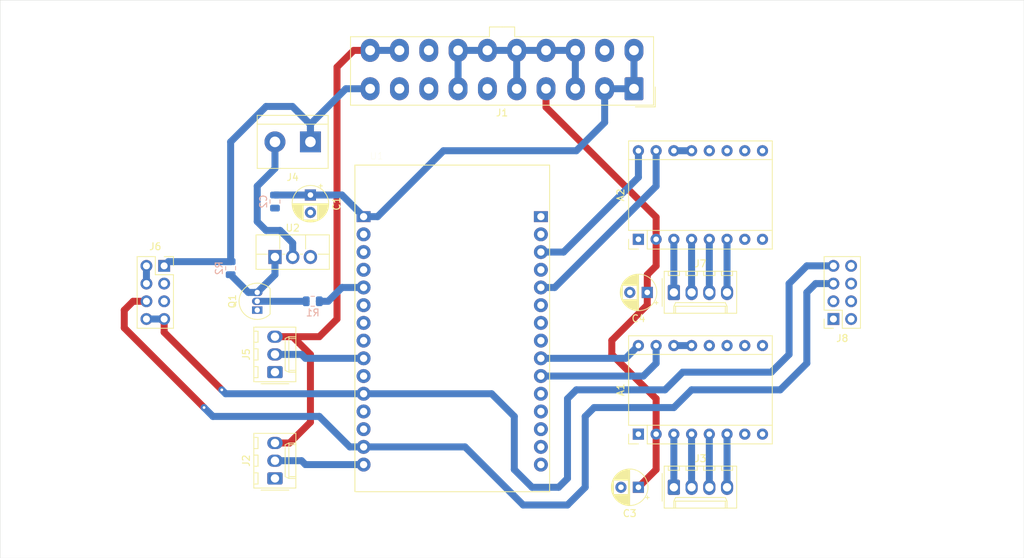
<source format=kicad_pcb>
(kicad_pcb (version 20171130) (host pcbnew "(5.1.5)-3")

  (general
    (thickness 1.6)
    (drawings 4)
    (tracks 138)
    (zones 0)
    (modules 19)
    (nets 57)
  )

  (page A4)
  (layers
    (0 F.Cu signal)
    (31 B.Cu signal)
    (32 B.Adhes user)
    (33 F.Adhes user)
    (34 B.Paste user)
    (35 F.Paste user)
    (36 B.SilkS user)
    (37 F.SilkS user)
    (38 B.Mask user)
    (39 F.Mask user)
    (40 Dwgs.User user)
    (41 Cmts.User user)
    (42 Eco1.User user)
    (43 Eco2.User user)
    (44 Edge.Cuts user)
    (45 Margin user)
    (46 B.CrtYd user)
    (47 F.CrtYd user)
    (48 B.Fab user)
    (49 F.Fab user)
  )

  (setup
    (last_trace_width 1)
    (trace_clearance 0.2)
    (zone_clearance 0.508)
    (zone_45_only no)
    (trace_min 0.2)
    (via_size 0.8)
    (via_drill 0.4)
    (via_min_size 0.4)
    (via_min_drill 0.3)
    (uvia_size 0.3)
    (uvia_drill 0.1)
    (uvias_allowed no)
    (uvia_min_size 0.2)
    (uvia_min_drill 0.1)
    (edge_width 0.05)
    (segment_width 0.2)
    (pcb_text_width 0.3)
    (pcb_text_size 1.5 1.5)
    (mod_edge_width 0.12)
    (mod_text_size 1 1)
    (mod_text_width 0.15)
    (pad_size 1.524 1.524)
    (pad_drill 0.762)
    (pad_to_mask_clearance 0.051)
    (solder_mask_min_width 0.25)
    (aux_axis_origin 0 0)
    (visible_elements 7FFFFFFF)
    (pcbplotparams
      (layerselection 0x010fc_fffffffe)
      (usegerberextensions false)
      (usegerberattributes false)
      (usegerberadvancedattributes false)
      (creategerberjobfile false)
      (excludeedgelayer true)
      (linewidth 0.100000)
      (plotframeref false)
      (viasonmask false)
      (mode 1)
      (useauxorigin false)
      (hpglpennumber 1)
      (hpglpenspeed 20)
      (hpglpendiameter 15.000000)
      (psnegative false)
      (psa4output false)
      (plotreference true)
      (plotvalue true)
      (plotinvisibletext false)
      (padsonsilk false)
      (subtractmaskfromsilk false)
      (outputformat 1)
      (mirror false)
      (drillshape 0)
      (scaleselection 1)
      (outputdirectory ""))
  )

  (net 0 "")
  (net 1 "Net-(J1-Pad9)")
  (net 2 "Net-(J1-Pad8)")
  (net 3 Dir_M1)
  (net 4 +12V)
  (net 5 Step_M1)
  (net 6 GND)
  (net 7 "Net-(A1-Pad13)")
  (net 8 "Net-(A1-Pad6)")
  (net 9 "Net-(A1-Pad5)")
  (net 10 "Net-(A1-Pad12)")
  (net 11 "Net-(A1-Pad4)")
  (net 12 "Net-(A1-Pad11)")
  (net 13 "Net-(A1-Pad3)")
  (net 14 "Net-(A1-Pad10)")
  (net 15 +5V)
  (net 16 "Net-(A1-Pad9)")
  (net 17 Dir_M2)
  (net 18 Step_M2)
  (net 19 "Net-(A2-Pad13)")
  (net 20 "Net-(A2-Pad6)")
  (net 21 "Net-(A2-Pad5)")
  (net 22 "Net-(A2-Pad12)")
  (net 23 "Net-(A2-Pad4)")
  (net 24 "Net-(A2-Pad11)")
  (net 25 "Net-(A2-Pad3)")
  (net 26 "Net-(A2-Pad10)")
  (net 27 "Net-(A2-Pad9)")
  (net 28 +3V3)
  (net 29 -5V)
  (net 30 -12V)
  (net 31 SigLS_1)
  (net 32 "Net-(J4-Pad2)")
  (net 33 SigLS_2)
  (net 34 I2C_SDA)
  (net 35 I2C_SCL)
  (net 36 "Net-(Q1-Pad3)")
  (net 37 "Net-(Q1-Pad2)")
  (net 38 ValvulaG)
  (net 39 "Net-(U1-Pad15)")
  (net 40 "Net-(U1-Pad14)")
  (net 41 "Net-(U1-Pad13)")
  (net 42 "Net-(U1-Pad12)")
  (net 43 "Net-(U1-Pad11)")
  (net 44 "Net-(U1-Pad8)")
  (net 45 "Net-(U1-Pad4)")
  (net 46 "Net-(U1-Pad1)")
  (net 47 "Net-(U1-Pad28)")
  (net 48 "Net-(U1-Pad27)")
  (net 49 "Net-(U1-Pad22)")
  (net 50 "Net-(U1-Pad21)")
  (net 51 "Net-(U1-Pad19)")
  (net 52 "Net-(U1-Pad18)")
  (net 53 "Net-(U1-Pad23)")
  (net 54 "Net-(U1-Pad7)")
  (net 55 "Net-(U1-Pad6)")
  (net 56 "Net-(U1-Pad25)")

  (net_class Default "Esta es la clase de red por defecto."
    (clearance 0.2)
    (trace_width 1)
    (via_dia 0.8)
    (via_drill 0.4)
    (uvia_dia 0.3)
    (uvia_drill 0.1)
    (add_net +12V)
    (add_net +3V3)
    (add_net +5V)
    (add_net -12V)
    (add_net -5V)
    (add_net Dir_M1)
    (add_net Dir_M2)
    (add_net GND)
    (add_net I2C_SCL)
    (add_net I2C_SDA)
    (add_net "Net-(A1-Pad10)")
    (add_net "Net-(A1-Pad11)")
    (add_net "Net-(A1-Pad12)")
    (add_net "Net-(A1-Pad13)")
    (add_net "Net-(A1-Pad3)")
    (add_net "Net-(A1-Pad4)")
    (add_net "Net-(A1-Pad5)")
    (add_net "Net-(A1-Pad6)")
    (add_net "Net-(A1-Pad9)")
    (add_net "Net-(A2-Pad10)")
    (add_net "Net-(A2-Pad11)")
    (add_net "Net-(A2-Pad12)")
    (add_net "Net-(A2-Pad13)")
    (add_net "Net-(A2-Pad3)")
    (add_net "Net-(A2-Pad4)")
    (add_net "Net-(A2-Pad5)")
    (add_net "Net-(A2-Pad6)")
    (add_net "Net-(A2-Pad9)")
    (add_net "Net-(J1-Pad8)")
    (add_net "Net-(J1-Pad9)")
    (add_net "Net-(J4-Pad2)")
    (add_net "Net-(Q1-Pad2)")
    (add_net "Net-(Q1-Pad3)")
    (add_net "Net-(U1-Pad1)")
    (add_net "Net-(U1-Pad11)")
    (add_net "Net-(U1-Pad12)")
    (add_net "Net-(U1-Pad13)")
    (add_net "Net-(U1-Pad14)")
    (add_net "Net-(U1-Pad15)")
    (add_net "Net-(U1-Pad18)")
    (add_net "Net-(U1-Pad19)")
    (add_net "Net-(U1-Pad21)")
    (add_net "Net-(U1-Pad22)")
    (add_net "Net-(U1-Pad23)")
    (add_net "Net-(U1-Pad25)")
    (add_net "Net-(U1-Pad27)")
    (add_net "Net-(U1-Pad28)")
    (add_net "Net-(U1-Pad4)")
    (add_net "Net-(U1-Pad6)")
    (add_net "Net-(U1-Pad7)")
    (add_net "Net-(U1-Pad8)")
    (add_net SigLS_1)
    (add_net SigLS_2)
    (add_net Step_M1)
    (add_net Step_M2)
    (add_net ValvulaG)
  )

  (module Connector_Molex:Molex_KK-254_AE-6410-03A_1x03_P2.54mm_Vertical (layer F.Cu) (tedit 5B78013E) (tstamp 5EA41C9C)
    (at 115.57 91.44 90)
    (descr "Molex KK-254 Interconnect System, old/engineering part number: AE-6410-03A example for new part number: 22-27-2031, 3 Pins (http://www.molex.com/pdm_docs/sd/022272021_sd.pdf), generated with kicad-footprint-generator")
    (tags "connector Molex KK-254 side entry")
    (path /5EA0AFC4)
    (fp_text reference J5 (at 2.54 -4.12 90) (layer F.SilkS)
      (effects (font (size 1 1) (thickness 0.15)))
    )
    (fp_text value "Limit_Switch 2" (at 2.54 4.08 90) (layer F.Fab)
      (effects (font (size 1 1) (thickness 0.15)))
    )
    (fp_text user %R (at 2.54 -2.22 90) (layer F.Fab)
      (effects (font (size 1 1) (thickness 0.15)))
    )
    (fp_line (start 6.85 -3.42) (end -1.77 -3.42) (layer F.CrtYd) (width 0.05))
    (fp_line (start 6.85 3.38) (end 6.85 -3.42) (layer F.CrtYd) (width 0.05))
    (fp_line (start -1.77 3.38) (end 6.85 3.38) (layer F.CrtYd) (width 0.05))
    (fp_line (start -1.77 -3.42) (end -1.77 3.38) (layer F.CrtYd) (width 0.05))
    (fp_line (start 5.88 -2.43) (end 5.88 -3.03) (layer F.SilkS) (width 0.12))
    (fp_line (start 4.28 -2.43) (end 5.88 -2.43) (layer F.SilkS) (width 0.12))
    (fp_line (start 4.28 -3.03) (end 4.28 -2.43) (layer F.SilkS) (width 0.12))
    (fp_line (start 3.34 -2.43) (end 3.34 -3.03) (layer F.SilkS) (width 0.12))
    (fp_line (start 1.74 -2.43) (end 3.34 -2.43) (layer F.SilkS) (width 0.12))
    (fp_line (start 1.74 -3.03) (end 1.74 -2.43) (layer F.SilkS) (width 0.12))
    (fp_line (start 0.8 -2.43) (end 0.8 -3.03) (layer F.SilkS) (width 0.12))
    (fp_line (start -0.8 -2.43) (end 0.8 -2.43) (layer F.SilkS) (width 0.12))
    (fp_line (start -0.8 -3.03) (end -0.8 -2.43) (layer F.SilkS) (width 0.12))
    (fp_line (start 4.83 2.99) (end 4.83 1.99) (layer F.SilkS) (width 0.12))
    (fp_line (start 0.25 2.99) (end 0.25 1.99) (layer F.SilkS) (width 0.12))
    (fp_line (start 4.83 1.46) (end 5.08 1.99) (layer F.SilkS) (width 0.12))
    (fp_line (start 0.25 1.46) (end 4.83 1.46) (layer F.SilkS) (width 0.12))
    (fp_line (start 0 1.99) (end 0.25 1.46) (layer F.SilkS) (width 0.12))
    (fp_line (start 5.08 1.99) (end 5.08 2.99) (layer F.SilkS) (width 0.12))
    (fp_line (start 0 1.99) (end 5.08 1.99) (layer F.SilkS) (width 0.12))
    (fp_line (start 0 2.99) (end 0 1.99) (layer F.SilkS) (width 0.12))
    (fp_line (start -0.562893 0) (end -1.27 0.5) (layer F.Fab) (width 0.1))
    (fp_line (start -1.27 -0.5) (end -0.562893 0) (layer F.Fab) (width 0.1))
    (fp_line (start -1.67 -2) (end -1.67 2) (layer F.SilkS) (width 0.12))
    (fp_line (start 6.46 -3.03) (end -1.38 -3.03) (layer F.SilkS) (width 0.12))
    (fp_line (start 6.46 2.99) (end 6.46 -3.03) (layer F.SilkS) (width 0.12))
    (fp_line (start -1.38 2.99) (end 6.46 2.99) (layer F.SilkS) (width 0.12))
    (fp_line (start -1.38 -3.03) (end -1.38 2.99) (layer F.SilkS) (width 0.12))
    (fp_line (start 6.35 -2.92) (end -1.27 -2.92) (layer F.Fab) (width 0.1))
    (fp_line (start 6.35 2.88) (end 6.35 -2.92) (layer F.Fab) (width 0.1))
    (fp_line (start -1.27 2.88) (end 6.35 2.88) (layer F.Fab) (width 0.1))
    (fp_line (start -1.27 -2.92) (end -1.27 2.88) (layer F.Fab) (width 0.1))
    (pad 3 thru_hole oval (at 5.08 0 90) (size 1.74 2.2) (drill 1.2) (layers *.Cu *.Mask)
      (net 15 +5V))
    (pad 2 thru_hole oval (at 2.54 0 90) (size 1.74 2.2) (drill 1.2) (layers *.Cu *.Mask)
      (net 33 SigLS_2))
    (pad 1 thru_hole roundrect (at 0 0 90) (size 1.74 2.2) (drill 1.2) (layers *.Cu *.Mask) (roundrect_rratio 0.143678)
      (net 6 GND))
    (model ${KISYS3DMOD}/Connector_Molex.3dshapes/Molex_KK-254_AE-6410-03A_1x03_P2.54mm_Vertical.wrl
      (at (xyz 0 0 0))
      (scale (xyz 1 1 1))
      (rotate (xyz 0 0 0))
    )
  )

  (module Connector_PinSocket_2.54mm:PinSocket_2x04_P2.54mm_Vertical (layer F.Cu) (tedit 5A19A422) (tstamp 5EA1E4D0)
    (at 195.58 83.82 180)
    (descr "Through hole straight socket strip, 2x04, 2.54mm pitch, double cols (from Kicad 4.0.7), script generated")
    (tags "Through hole socket strip THT 2x04 2.54mm double row")
    (path /5EB6C41A)
    (fp_text reference J8 (at -1.27 -2.77) (layer F.SilkS)
      (effects (font (size 1 1) (thickness 0.15)))
    )
    (fp_text value Board2Board_2 (at -1.27 10.39) (layer F.Fab)
      (effects (font (size 1 1) (thickness 0.15)))
    )
    (fp_text user %R (at -1.27 3.81 90) (layer F.Fab)
      (effects (font (size 1 1) (thickness 0.15)))
    )
    (fp_line (start -4.34 9.4) (end -4.34 -1.8) (layer F.CrtYd) (width 0.05))
    (fp_line (start 1.76 9.4) (end -4.34 9.4) (layer F.CrtYd) (width 0.05))
    (fp_line (start 1.76 -1.8) (end 1.76 9.4) (layer F.CrtYd) (width 0.05))
    (fp_line (start -4.34 -1.8) (end 1.76 -1.8) (layer F.CrtYd) (width 0.05))
    (fp_line (start 0 -1.33) (end 1.33 -1.33) (layer F.SilkS) (width 0.12))
    (fp_line (start 1.33 -1.33) (end 1.33 0) (layer F.SilkS) (width 0.12))
    (fp_line (start -1.27 -1.33) (end -1.27 1.27) (layer F.SilkS) (width 0.12))
    (fp_line (start -1.27 1.27) (end 1.33 1.27) (layer F.SilkS) (width 0.12))
    (fp_line (start 1.33 1.27) (end 1.33 8.95) (layer F.SilkS) (width 0.12))
    (fp_line (start -3.87 8.95) (end 1.33 8.95) (layer F.SilkS) (width 0.12))
    (fp_line (start -3.87 -1.33) (end -3.87 8.95) (layer F.SilkS) (width 0.12))
    (fp_line (start -3.87 -1.33) (end -1.27 -1.33) (layer F.SilkS) (width 0.12))
    (fp_line (start -3.81 8.89) (end -3.81 -1.27) (layer F.Fab) (width 0.1))
    (fp_line (start 1.27 8.89) (end -3.81 8.89) (layer F.Fab) (width 0.1))
    (fp_line (start 1.27 -0.27) (end 1.27 8.89) (layer F.Fab) (width 0.1))
    (fp_line (start 0.27 -1.27) (end 1.27 -0.27) (layer F.Fab) (width 0.1))
    (fp_line (start -3.81 -1.27) (end 0.27 -1.27) (layer F.Fab) (width 0.1))
    (pad 8 thru_hole oval (at -2.54 7.62 180) (size 1.7 1.7) (drill 1) (layers *.Cu *.Mask)
      (net 6 GND))
    (pad 7 thru_hole oval (at 0 7.62 180) (size 1.7 1.7) (drill 1) (layers *.Cu *.Mask)
      (net 34 I2C_SDA))
    (pad 6 thru_hole oval (at -2.54 5.08 180) (size 1.7 1.7) (drill 1) (layers *.Cu *.Mask)
      (net 15 +5V))
    (pad 5 thru_hole oval (at 0 5.08 180) (size 1.7 1.7) (drill 1) (layers *.Cu *.Mask)
      (net 35 I2C_SCL))
    (pad 4 thru_hole oval (at -2.54 2.54 180) (size 1.7 1.7) (drill 1) (layers *.Cu *.Mask)
      (net 4 +12V))
    (pad 3 thru_hole oval (at 0 2.54 180) (size 1.7 1.7) (drill 1) (layers *.Cu *.Mask)
      (net 29 -5V))
    (pad 2 thru_hole oval (at -2.54 0 180) (size 1.7 1.7) (drill 1) (layers *.Cu *.Mask)
      (net 28 +3V3))
    (pad 1 thru_hole rect (at 0 0 180) (size 1.7 1.7) (drill 1) (layers *.Cu *.Mask)
      (net 30 -12V))
    (model ${KISYS3DMOD}/Connector_PinSocket_2.54mm.3dshapes/PinSocket_2x04_P2.54mm_Vertical.wrl
      (at (xyz 0 0 0))
      (scale (xyz 1 1 1))
      (rotate (xyz 0 0 0))
    )
  )

  (module Connector_Molex:Molex_Mini-Fit_Jr_5566-20A_2x10_P4.20mm_Vertical (layer F.Cu) (tedit 5B781992) (tstamp 5EA1E3D7)
    (at 167.005 50.8 180)
    (descr "Molex Mini-Fit Jr. Power Connectors, old mpn/engineering number: 5566-20A, example for new mpn: 39-28-x20x, 10 Pins per row, Mounting:  (http://www.molex.com/pdm_docs/sd/039281043_sd.pdf), generated with kicad-footprint-generator")
    (tags "connector Molex Mini-Fit_Jr side entry")
    (path /5EAF8D09)
    (fp_text reference J1 (at 18.9 -3.45) (layer F.SilkS)
      (effects (font (size 1 1) (thickness 0.15)))
    )
    (fp_text value ATX-20 (at 18.9 9.95) (layer F.Fab)
      (effects (font (size 1 1) (thickness 0.15)))
    )
    (fp_text user %R (at 18.9 -1.55) (layer F.Fab)
      (effects (font (size 1 1) (thickness 0.15)))
    )
    (fp_line (start 41 -2.75) (end -3.2 -2.75) (layer F.CrtYd) (width 0.05))
    (fp_line (start 41 9.25) (end 41 -2.75) (layer F.CrtYd) (width 0.05))
    (fp_line (start -3.2 9.25) (end 41 9.25) (layer F.CrtYd) (width 0.05))
    (fp_line (start -3.2 -2.75) (end -3.2 9.25) (layer F.CrtYd) (width 0.05))
    (fp_line (start -3.05 -2.6) (end -3.05 0.25) (layer F.Fab) (width 0.1))
    (fp_line (start -0.2 -2.6) (end -3.05 -2.6) (layer F.Fab) (width 0.1))
    (fp_line (start -3.05 -2.6) (end -3.05 0.25) (layer F.SilkS) (width 0.12))
    (fp_line (start -0.2 -2.6) (end -3.05 -2.6) (layer F.SilkS) (width 0.12))
    (fp_line (start 20.71 8.86) (end 18.9 8.86) (layer F.SilkS) (width 0.12))
    (fp_line (start 20.71 7.46) (end 20.71 8.86) (layer F.SilkS) (width 0.12))
    (fp_line (start 40.61 7.46) (end 20.71 7.46) (layer F.SilkS) (width 0.12))
    (fp_line (start 40.61 -2.36) (end 40.61 7.46) (layer F.SilkS) (width 0.12))
    (fp_line (start 18.9 -2.36) (end 40.61 -2.36) (layer F.SilkS) (width 0.12))
    (fp_line (start 17.09 8.86) (end 18.9 8.86) (layer F.SilkS) (width 0.12))
    (fp_line (start 17.09 7.46) (end 17.09 8.86) (layer F.SilkS) (width 0.12))
    (fp_line (start -2.81 7.46) (end 17.09 7.46) (layer F.SilkS) (width 0.12))
    (fp_line (start -2.81 -2.36) (end -2.81 7.46) (layer F.SilkS) (width 0.12))
    (fp_line (start 18.9 -2.36) (end -2.81 -2.36) (layer F.SilkS) (width 0.12))
    (fp_line (start 39.45 2.3) (end 36.15 2.3) (layer F.Fab) (width 0.1))
    (fp_line (start 39.45 -0.175) (end 39.45 2.3) (layer F.Fab) (width 0.1))
    (fp_line (start 38.625 -1) (end 39.45 -0.175) (layer F.Fab) (width 0.1))
    (fp_line (start 36.975 -1) (end 38.625 -1) (layer F.Fab) (width 0.1))
    (fp_line (start 36.15 -0.175) (end 36.975 -1) (layer F.Fab) (width 0.1))
    (fp_line (start 36.15 2.3) (end 36.15 -0.175) (layer F.Fab) (width 0.1))
    (fp_line (start 39.45 3.2) (end 36.15 3.2) (layer F.Fab) (width 0.1))
    (fp_line (start 39.45 6.5) (end 39.45 3.2) (layer F.Fab) (width 0.1))
    (fp_line (start 36.15 6.5) (end 39.45 6.5) (layer F.Fab) (width 0.1))
    (fp_line (start 36.15 3.2) (end 36.15 6.5) (layer F.Fab) (width 0.1))
    (fp_line (start 35.25 6.5) (end 31.95 6.5) (layer F.Fab) (width 0.1))
    (fp_line (start 35.25 4.025) (end 35.25 6.5) (layer F.Fab) (width 0.1))
    (fp_line (start 34.425 3.2) (end 35.25 4.025) (layer F.Fab) (width 0.1))
    (fp_line (start 32.775 3.2) (end 34.425 3.2) (layer F.Fab) (width 0.1))
    (fp_line (start 31.95 4.025) (end 32.775 3.2) (layer F.Fab) (width 0.1))
    (fp_line (start 31.95 6.5) (end 31.95 4.025) (layer F.Fab) (width 0.1))
    (fp_line (start 35.25 -1) (end 31.95 -1) (layer F.Fab) (width 0.1))
    (fp_line (start 35.25 2.3) (end 35.25 -1) (layer F.Fab) (width 0.1))
    (fp_line (start 31.95 2.3) (end 35.25 2.3) (layer F.Fab) (width 0.1))
    (fp_line (start 31.95 -1) (end 31.95 2.3) (layer F.Fab) (width 0.1))
    (fp_line (start 31.05 6.5) (end 27.75 6.5) (layer F.Fab) (width 0.1))
    (fp_line (start 31.05 4.025) (end 31.05 6.5) (layer F.Fab) (width 0.1))
    (fp_line (start 30.225 3.2) (end 31.05 4.025) (layer F.Fab) (width 0.1))
    (fp_line (start 28.575 3.2) (end 30.225 3.2) (layer F.Fab) (width 0.1))
    (fp_line (start 27.75 4.025) (end 28.575 3.2) (layer F.Fab) (width 0.1))
    (fp_line (start 27.75 6.5) (end 27.75 4.025) (layer F.Fab) (width 0.1))
    (fp_line (start 31.05 -1) (end 27.75 -1) (layer F.Fab) (width 0.1))
    (fp_line (start 31.05 2.3) (end 31.05 -1) (layer F.Fab) (width 0.1))
    (fp_line (start 27.75 2.3) (end 31.05 2.3) (layer F.Fab) (width 0.1))
    (fp_line (start 27.75 -1) (end 27.75 2.3) (layer F.Fab) (width 0.1))
    (fp_line (start 26.85 2.3) (end 23.55 2.3) (layer F.Fab) (width 0.1))
    (fp_line (start 26.85 -0.175) (end 26.85 2.3) (layer F.Fab) (width 0.1))
    (fp_line (start 26.025 -1) (end 26.85 -0.175) (layer F.Fab) (width 0.1))
    (fp_line (start 24.375 -1) (end 26.025 -1) (layer F.Fab) (width 0.1))
    (fp_line (start 23.55 -0.175) (end 24.375 -1) (layer F.Fab) (width 0.1))
    (fp_line (start 23.55 2.3) (end 23.55 -0.175) (layer F.Fab) (width 0.1))
    (fp_line (start 26.85 3.2) (end 23.55 3.2) (layer F.Fab) (width 0.1))
    (fp_line (start 26.85 6.5) (end 26.85 3.2) (layer F.Fab) (width 0.1))
    (fp_line (start 23.55 6.5) (end 26.85 6.5) (layer F.Fab) (width 0.1))
    (fp_line (start 23.55 3.2) (end 23.55 6.5) (layer F.Fab) (width 0.1))
    (fp_line (start 22.65 2.3) (end 19.35 2.3) (layer F.Fab) (width 0.1))
    (fp_line (start 22.65 -0.175) (end 22.65 2.3) (layer F.Fab) (width 0.1))
    (fp_line (start 21.825 -1) (end 22.65 -0.175) (layer F.Fab) (width 0.1))
    (fp_line (start 20.175 -1) (end 21.825 -1) (layer F.Fab) (width 0.1))
    (fp_line (start 19.35 -0.175) (end 20.175 -1) (layer F.Fab) (width 0.1))
    (fp_line (start 19.35 2.3) (end 19.35 -0.175) (layer F.Fab) (width 0.1))
    (fp_line (start 22.65 3.2) (end 19.35 3.2) (layer F.Fab) (width 0.1))
    (fp_line (start 22.65 6.5) (end 22.65 3.2) (layer F.Fab) (width 0.1))
    (fp_line (start 19.35 6.5) (end 22.65 6.5) (layer F.Fab) (width 0.1))
    (fp_line (start 19.35 3.2) (end 19.35 6.5) (layer F.Fab) (width 0.1))
    (fp_line (start 18.45 6.5) (end 15.15 6.5) (layer F.Fab) (width 0.1))
    (fp_line (start 18.45 4.025) (end 18.45 6.5) (layer F.Fab) (width 0.1))
    (fp_line (start 17.625 3.2) (end 18.45 4.025) (layer F.Fab) (width 0.1))
    (fp_line (start 15.975 3.2) (end 17.625 3.2) (layer F.Fab) (width 0.1))
    (fp_line (start 15.15 4.025) (end 15.975 3.2) (layer F.Fab) (width 0.1))
    (fp_line (start 15.15 6.5) (end 15.15 4.025) (layer F.Fab) (width 0.1))
    (fp_line (start 18.45 -1) (end 15.15 -1) (layer F.Fab) (width 0.1))
    (fp_line (start 18.45 2.3) (end 18.45 -1) (layer F.Fab) (width 0.1))
    (fp_line (start 15.15 2.3) (end 18.45 2.3) (layer F.Fab) (width 0.1))
    (fp_line (start 15.15 -1) (end 15.15 2.3) (layer F.Fab) (width 0.1))
    (fp_line (start 14.25 6.5) (end 10.95 6.5) (layer F.Fab) (width 0.1))
    (fp_line (start 14.25 4.025) (end 14.25 6.5) (layer F.Fab) (width 0.1))
    (fp_line (start 13.425 3.2) (end 14.25 4.025) (layer F.Fab) (width 0.1))
    (fp_line (start 11.775 3.2) (end 13.425 3.2) (layer F.Fab) (width 0.1))
    (fp_line (start 10.95 4.025) (end 11.775 3.2) (layer F.Fab) (width 0.1))
    (fp_line (start 10.95 6.5) (end 10.95 4.025) (layer F.Fab) (width 0.1))
    (fp_line (start 14.25 -1) (end 10.95 -1) (layer F.Fab) (width 0.1))
    (fp_line (start 14.25 2.3) (end 14.25 -1) (layer F.Fab) (width 0.1))
    (fp_line (start 10.95 2.3) (end 14.25 2.3) (layer F.Fab) (width 0.1))
    (fp_line (start 10.95 -1) (end 10.95 2.3) (layer F.Fab) (width 0.1))
    (fp_line (start 10.05 2.3) (end 6.75 2.3) (layer F.Fab) (width 0.1))
    (fp_line (start 10.05 -0.175) (end 10.05 2.3) (layer F.Fab) (width 0.1))
    (fp_line (start 9.225 -1) (end 10.05 -0.175) (layer F.Fab) (width 0.1))
    (fp_line (start 7.575 -1) (end 9.225 -1) (layer F.Fab) (width 0.1))
    (fp_line (start 6.75 -0.175) (end 7.575 -1) (layer F.Fab) (width 0.1))
    (fp_line (start 6.75 2.3) (end 6.75 -0.175) (layer F.Fab) (width 0.1))
    (fp_line (start 10.05 3.2) (end 6.75 3.2) (layer F.Fab) (width 0.1))
    (fp_line (start 10.05 6.5) (end 10.05 3.2) (layer F.Fab) (width 0.1))
    (fp_line (start 6.75 6.5) (end 10.05 6.5) (layer F.Fab) (width 0.1))
    (fp_line (start 6.75 3.2) (end 6.75 6.5) (layer F.Fab) (width 0.1))
    (fp_line (start 5.85 2.3) (end 2.55 2.3) (layer F.Fab) (width 0.1))
    (fp_line (start 5.85 -0.175) (end 5.85 2.3) (layer F.Fab) (width 0.1))
    (fp_line (start 5.025 -1) (end 5.85 -0.175) (layer F.Fab) (width 0.1))
    (fp_line (start 3.375 -1) (end 5.025 -1) (layer F.Fab) (width 0.1))
    (fp_line (start 2.55 -0.175) (end 3.375 -1) (layer F.Fab) (width 0.1))
    (fp_line (start 2.55 2.3) (end 2.55 -0.175) (layer F.Fab) (width 0.1))
    (fp_line (start 5.85 3.2) (end 2.55 3.2) (layer F.Fab) (width 0.1))
    (fp_line (start 5.85 6.5) (end 5.85 3.2) (layer F.Fab) (width 0.1))
    (fp_line (start 2.55 6.5) (end 5.85 6.5) (layer F.Fab) (width 0.1))
    (fp_line (start 2.55 3.2) (end 2.55 6.5) (layer F.Fab) (width 0.1))
    (fp_line (start 1.65 6.5) (end -1.65 6.5) (layer F.Fab) (width 0.1))
    (fp_line (start 1.65 4.025) (end 1.65 6.5) (layer F.Fab) (width 0.1))
    (fp_line (start 0.825 3.2) (end 1.65 4.025) (layer F.Fab) (width 0.1))
    (fp_line (start -0.825 3.2) (end 0.825 3.2) (layer F.Fab) (width 0.1))
    (fp_line (start -1.65 4.025) (end -0.825 3.2) (layer F.Fab) (width 0.1))
    (fp_line (start -1.65 6.5) (end -1.65 4.025) (layer F.Fab) (width 0.1))
    (fp_line (start 1.65 -1) (end -1.65 -1) (layer F.Fab) (width 0.1))
    (fp_line (start 1.65 2.3) (end 1.65 -1) (layer F.Fab) (width 0.1))
    (fp_line (start -1.65 2.3) (end 1.65 2.3) (layer F.Fab) (width 0.1))
    (fp_line (start -1.65 -1) (end -1.65 2.3) (layer F.Fab) (width 0.1))
    (fp_line (start 20.6 8.75) (end 20.6 7.35) (layer F.Fab) (width 0.1))
    (fp_line (start 17.2 8.75) (end 20.6 8.75) (layer F.Fab) (width 0.1))
    (fp_line (start 17.2 7.35) (end 17.2 8.75) (layer F.Fab) (width 0.1))
    (fp_line (start 40.5 -2.25) (end -2.7 -2.25) (layer F.Fab) (width 0.1))
    (fp_line (start 40.5 7.35) (end 40.5 -2.25) (layer F.Fab) (width 0.1))
    (fp_line (start -2.7 7.35) (end 40.5 7.35) (layer F.Fab) (width 0.1))
    (fp_line (start -2.7 -2.25) (end -2.7 7.35) (layer F.Fab) (width 0.1))
    (pad 20 thru_hole oval (at 37.8 5.5 180) (size 2.7 3.3) (drill 1.4) (layers *.Cu *.Mask)
      (net 15 +5V))
    (pad 19 thru_hole oval (at 33.6 5.5 180) (size 2.7 3.3) (drill 1.4) (layers *.Cu *.Mask)
      (net 15 +5V))
    (pad 18 thru_hole oval (at 29.4 5.5 180) (size 2.7 3.3) (drill 1.4) (layers *.Cu *.Mask)
      (net 29 -5V))
    (pad 17 thru_hole oval (at 25.2 5.5 180) (size 2.7 3.3) (drill 1.4) (layers *.Cu *.Mask)
      (net 6 GND))
    (pad 16 thru_hole oval (at 21 5.5 180) (size 2.7 3.3) (drill 1.4) (layers *.Cu *.Mask)
      (net 6 GND))
    (pad 15 thru_hole oval (at 16.8 5.5 180) (size 2.7 3.3) (drill 1.4) (layers *.Cu *.Mask)
      (net 6 GND))
    (pad 14 thru_hole oval (at 12.6 5.5 180) (size 2.7 3.3) (drill 1.4) (layers *.Cu *.Mask)
      (net 6 GND))
    (pad 13 thru_hole oval (at 8.4 5.5 180) (size 2.7 3.3) (drill 1.4) (layers *.Cu *.Mask)
      (net 6 GND))
    (pad 12 thru_hole oval (at 4.2 5.5 180) (size 2.7 3.3) (drill 1.4) (layers *.Cu *.Mask)
      (net 30 -12V))
    (pad 11 thru_hole oval (at 0 5.5 180) (size 2.7 3.3) (drill 1.4) (layers *.Cu *.Mask)
      (net 28 +3V3))
    (pad 10 thru_hole oval (at 37.8 0 180) (size 2.7 3.3) (drill 1.4) (layers *.Cu *.Mask)
      (net 4 +12V))
    (pad 9 thru_hole oval (at 33.6 0 180) (size 2.7 3.3) (drill 1.4) (layers *.Cu *.Mask)
      (net 1 "Net-(J1-Pad9)"))
    (pad 8 thru_hole oval (at 29.4 0 180) (size 2.7 3.3) (drill 1.4) (layers *.Cu *.Mask)
      (net 2 "Net-(J1-Pad8)"))
    (pad 7 thru_hole oval (at 25.2 0 180) (size 2.7 3.3) (drill 1.4) (layers *.Cu *.Mask)
      (net 6 GND))
    (pad 6 thru_hole oval (at 21 0 180) (size 2.7 3.3) (drill 1.4) (layers *.Cu *.Mask)
      (net 15 +5V))
    (pad 5 thru_hole oval (at 16.8 0 180) (size 2.7 3.3) (drill 1.4) (layers *.Cu *.Mask)
      (net 6 GND))
    (pad 4 thru_hole oval (at 12.6 0 180) (size 2.7 3.3) (drill 1.4) (layers *.Cu *.Mask)
      (net 15 +5V))
    (pad 3 thru_hole oval (at 8.4 0 180) (size 2.7 3.3) (drill 1.4) (layers *.Cu *.Mask)
      (net 6 GND))
    (pad 2 thru_hole oval (at 4.2 0 180) (size 2.7 3.3) (drill 1.4) (layers *.Cu *.Mask)
      (net 28 +3V3))
    (pad 1 thru_hole roundrect (at 0 0 180) (size 2.7 3.3) (drill 1.4) (layers *.Cu *.Mask) (roundrect_rratio 0.09259299999999999)
      (net 28 +3V3))
    (model ${KISYS3DMOD}/Connector_Molex.3dshapes/Molex_Mini-Fit_Jr_5566-20A_2x10_P4.20mm_Vertical.wrl
      (at (xyz 0 0 0))
      (scale (xyz 1 1 1))
      (rotate (xyz 0 0 0))
    )
  )

  (module Module:Pololu_Breakout-16_15.2x20.3mm (layer F.Cu) (tedit 58AB602C) (tstamp 5EA1E0D0)
    (at 167.64 100.33 90)
    (descr "Pololu Breakout 16-pin 15.2x20.3mm 0.6x0.8\\")
    (tags "Pololu Breakout")
    (path /5EA032AC)
    (fp_text reference A1 (at 6.35 -2.54 90) (layer F.SilkS)
      (effects (font (size 1 1) (thickness 0.15)))
    )
    (fp_text value Driver1_A4988 (at 3.81 20.17 90) (layer F.Fab)
      (effects (font (size 1 1) (thickness 0.15)))
    )
    (fp_line (start 14.21 19.3) (end -1.53 19.3) (layer F.CrtYd) (width 0.05))
    (fp_line (start 14.21 19.3) (end 14.21 -1.52) (layer F.CrtYd) (width 0.05))
    (fp_line (start -1.53 -1.52) (end -1.53 19.3) (layer F.CrtYd) (width 0.05))
    (fp_line (start -1.53 -1.52) (end 14.21 -1.52) (layer F.CrtYd) (width 0.05))
    (fp_line (start -1.27 19.05) (end -1.27 0) (layer F.Fab) (width 0.1))
    (fp_line (start 13.97 19.05) (end -1.27 19.05) (layer F.Fab) (width 0.1))
    (fp_line (start 13.97 -1.27) (end 13.97 19.05) (layer F.Fab) (width 0.1))
    (fp_line (start 0 -1.27) (end 13.97 -1.27) (layer F.Fab) (width 0.1))
    (fp_line (start -1.27 0) (end 0 -1.27) (layer F.Fab) (width 0.1))
    (fp_line (start 14.1 -1.4) (end 1.27 -1.4) (layer F.SilkS) (width 0.12))
    (fp_line (start 14.1 19.18) (end 14.1 -1.4) (layer F.SilkS) (width 0.12))
    (fp_line (start -1.4 19.18) (end 14.1 19.18) (layer F.SilkS) (width 0.12))
    (fp_line (start -1.4 1.27) (end -1.4 19.18) (layer F.SilkS) (width 0.12))
    (fp_line (start 1.27 1.27) (end -1.4 1.27) (layer F.SilkS) (width 0.12))
    (fp_line (start 1.27 -1.4) (end 1.27 1.27) (layer F.SilkS) (width 0.12))
    (fp_line (start -1.4 -1.4) (end -1.4 0) (layer F.SilkS) (width 0.12))
    (fp_line (start 0 -1.4) (end -1.4 -1.4) (layer F.SilkS) (width 0.12))
    (fp_line (start 1.27 1.27) (end 1.27 19.18) (layer F.SilkS) (width 0.12))
    (fp_line (start 11.43 -1.4) (end 11.43 19.18) (layer F.SilkS) (width 0.12))
    (fp_text user %R (at 6.35 0 90) (layer F.Fab)
      (effects (font (size 1 1) (thickness 0.15)))
    )
    (pad 16 thru_hole oval (at 12.7 0 90) (size 1.6 1.6) (drill 0.8) (layers *.Cu *.Mask)
      (net 3 Dir_M1))
    (pad 8 thru_hole oval (at 0 17.78 90) (size 1.6 1.6) (drill 0.8) (layers *.Cu *.Mask)
      (net 4 +12V))
    (pad 15 thru_hole oval (at 12.7 2.54 90) (size 1.6 1.6) (drill 0.8) (layers *.Cu *.Mask)
      (net 5 Step_M1))
    (pad 7 thru_hole oval (at 0 15.24 90) (size 1.6 1.6) (drill 0.8) (layers *.Cu *.Mask)
      (net 6 GND))
    (pad 14 thru_hole oval (at 12.7 5.08 90) (size 1.6 1.6) (drill 0.8) (layers *.Cu *.Mask)
      (net 7 "Net-(A1-Pad13)"))
    (pad 6 thru_hole oval (at 0 12.7 90) (size 1.6 1.6) (drill 0.8) (layers *.Cu *.Mask)
      (net 8 "Net-(A1-Pad6)"))
    (pad 13 thru_hole oval (at 12.7 7.62 90) (size 1.6 1.6) (drill 0.8) (layers *.Cu *.Mask)
      (net 7 "Net-(A1-Pad13)"))
    (pad 5 thru_hole oval (at 0 10.16 90) (size 1.6 1.6) (drill 0.8) (layers *.Cu *.Mask)
      (net 9 "Net-(A1-Pad5)"))
    (pad 12 thru_hole oval (at 12.7 10.16 90) (size 1.6 1.6) (drill 0.8) (layers *.Cu *.Mask)
      (net 10 "Net-(A1-Pad12)"))
    (pad 4 thru_hole oval (at 0 7.62 90) (size 1.6 1.6) (drill 0.8) (layers *.Cu *.Mask)
      (net 11 "Net-(A1-Pad4)"))
    (pad 11 thru_hole oval (at 12.7 12.7 90) (size 1.6 1.6) (drill 0.8) (layers *.Cu *.Mask)
      (net 12 "Net-(A1-Pad11)"))
    (pad 3 thru_hole oval (at 0 5.08 90) (size 1.6 1.6) (drill 0.8) (layers *.Cu *.Mask)
      (net 13 "Net-(A1-Pad3)"))
    (pad 10 thru_hole oval (at 12.7 15.24 90) (size 1.6 1.6) (drill 0.8) (layers *.Cu *.Mask)
      (net 14 "Net-(A1-Pad10)"))
    (pad 2 thru_hole oval (at 0 2.54 90) (size 1.6 1.6) (drill 0.8) (layers *.Cu *.Mask)
      (net 15 +5V))
    (pad 9 thru_hole oval (at 12.7 17.78 90) (size 1.6 1.6) (drill 0.8) (layers *.Cu *.Mask)
      (net 16 "Net-(A1-Pad9)"))
    (pad 1 thru_hole rect (at 0 0 90) (size 1.6 1.6) (drill 0.8) (layers *.Cu *.Mask)
      (net 6 GND))
    (model ${KISYS3DMOD}/Module.3dshapes/Pololu_Breakout-16_15.2x20.3mm.wrl
      (at (xyz 0 0 0))
      (scale (xyz 1 1 1))
      (rotate (xyz 0 0 0))
    )
  )

  (module Package_TO_SOT_THT:TO-220F-3_Vertical (layer F.Cu) (tedit 5AC8BA0D) (tstamp 5EA1E5A5)
    (at 115.57 74.93)
    (descr "TO-220F-3, Vertical, RM 2.54mm, see http://www.st.com/resource/en/datasheet/stp20nm60.pdf")
    (tags "TO-220F-3 Vertical RM 2.54mm")
    (path /5EB4F496)
    (fp_text reference U2 (at 2.54 -4.1675) (layer F.SilkS)
      (effects (font (size 1 1) (thickness 0.15)))
    )
    (fp_text value IRFZ44N (at 2.54 2.9025) (layer F.Fab)
      (effects (font (size 1 1) (thickness 0.15)))
    )
    (fp_text user %R (at 2.54 -4.1675) (layer F.Fab)
      (effects (font (size 1 1) (thickness 0.15)))
    )
    (fp_line (start 7.92 -3.3) (end -2.84 -3.3) (layer F.CrtYd) (width 0.05))
    (fp_line (start 7.92 1.91) (end 7.92 -3.3) (layer F.CrtYd) (width 0.05))
    (fp_line (start -2.84 1.91) (end 7.92 1.91) (layer F.CrtYd) (width 0.05))
    (fp_line (start -2.84 -3.3) (end -2.84 1.91) (layer F.CrtYd) (width 0.05))
    (fp_line (start 4.391 -3.168) (end 4.391 -1.15) (layer F.SilkS) (width 0.12))
    (fp_line (start 0.69 -3.168) (end 0.69 -1.15) (layer F.SilkS) (width 0.12))
    (fp_line (start 6.183 -0.408) (end 7.79 -0.408) (layer F.SilkS) (width 0.12))
    (fp_line (start 3.643 -0.408) (end 3.978 -0.408) (layer F.SilkS) (width 0.12))
    (fp_line (start 1.103 -0.408) (end 1.438 -0.408) (layer F.SilkS) (width 0.12))
    (fp_line (start -2.71 -0.408) (end -1.103 -0.408) (layer F.SilkS) (width 0.12))
    (fp_line (start 7.79 -3.168) (end 7.79 1.773) (layer F.SilkS) (width 0.12))
    (fp_line (start -2.71 -3.168) (end -2.71 1.773) (layer F.SilkS) (width 0.12))
    (fp_line (start -2.71 1.773) (end 7.79 1.773) (layer F.SilkS) (width 0.12))
    (fp_line (start -2.71 -3.168) (end 7.79 -3.168) (layer F.SilkS) (width 0.12))
    (fp_line (start 4.39 -3.0475) (end 4.39 -0.5275) (layer F.Fab) (width 0.1))
    (fp_line (start 0.69 -3.0475) (end 0.69 -0.5275) (layer F.Fab) (width 0.1))
    (fp_line (start -2.59 -0.5275) (end 7.67 -0.5275) (layer F.Fab) (width 0.1))
    (fp_line (start 7.67 -3.0475) (end -2.59 -3.0475) (layer F.Fab) (width 0.1))
    (fp_line (start 7.67 1.6525) (end 7.67 -3.0475) (layer F.Fab) (width 0.1))
    (fp_line (start -2.59 1.6525) (end 7.67 1.6525) (layer F.Fab) (width 0.1))
    (fp_line (start -2.59 -3.0475) (end -2.59 1.6525) (layer F.Fab) (width 0.1))
    (pad 3 thru_hole oval (at 5.08 0) (size 1.905 2) (drill 1.2) (layers *.Cu *.Mask)
      (net 6 GND))
    (pad 2 thru_hole oval (at 2.54 0) (size 1.905 2) (drill 1.2) (layers *.Cu *.Mask)
      (net 32 "Net-(J4-Pad2)"))
    (pad 1 thru_hole rect (at 0 0) (size 1.905 2) (drill 1.2) (layers *.Cu *.Mask)
      (net 36 "Net-(Q1-Pad3)"))
    (model ${KISYS3DMOD}/Package_TO_SOT_THT.3dshapes/TO-220F-3_Vertical.wrl
      (at (xyz 0 0 0))
      (scale (xyz 1 1 1))
      (rotate (xyz 0 0 0))
    )
  )

  (module ESP32-DEVKITC-32D:MODULE_ESP32-DEVKITC-30 (layer F.Cu) (tedit 5EA11394) (tstamp 5EA1E588)
    (at 140.97 88.9)
    (path /5EA796EF)
    (fp_text reference U1 (at -10.829175 -28.446045) (layer F.SilkS)
      (effects (font (size 1.000386 1.000386) (thickness 0.015)))
    )
    (fp_text value DOIT_ESP32-DEVKIT (at 0.4445 21.717) (layer F.Fab)
      (effects (font (size 1.001047 1.001047) (thickness 0.015)))
    )
    (fp_circle (center -14.6 -19.9) (end -14.46 -19.9) (layer F.Fab) (width 0.28))
    (fp_circle (center -14.6 -19.9) (end -14.46 -19.9) (layer F.Fab) (width 0.28))
    (fp_line (start -14.2 20.32) (end -14.2 -27.4) (layer F.CrtYd) (width 0.05))
    (fp_line (start 14.224 20.32) (end -14.176 20.32) (layer F.CrtYd) (width 0.05))
    (fp_line (start 14.2 -27.4) (end 14.2 20.32) (layer F.CrtYd) (width 0.05))
    (fp_line (start -14.2 -27.4) (end 14.2 -27.4) (layer F.CrtYd) (width 0.05))
    (fp_line (start 13.9935 19.685) (end -13.9065 19.685) (layer F.SilkS) (width 0.127))
    (fp_line (start 13.95 -27.15) (end 13.95 19.685) (layer F.SilkS) (width 0.127))
    (fp_line (start -13.95 -27.15) (end 13.95 -27.15) (layer F.SilkS) (width 0.127))
    (fp_line (start -13.95 19.685) (end -13.95 -27.15) (layer F.SilkS) (width 0.127))
    (fp_line (start -13.95 19.685) (end -13.95 -27.15) (layer F.Fab) (width 0.127))
    (fp_line (start 13.9935 19.685) (end -13.9065 19.685) (layer F.Fab) (width 0.127))
    (fp_line (start 13.95 -27.15) (end 13.95 19.685) (layer F.Fab) (width 0.127))
    (fp_line (start -13.95 -27.15) (end 13.95 -27.15) (layer F.Fab) (width 0.127))
    (pad 15 thru_hole circle (at 12.7 15.8) (size 2 2) (drill 1.04) (layers *.Cu *.Mask)
      (net 39 "Net-(U1-Pad15)"))
    (pad 14 thru_hole circle (at 12.7 13.26) (size 2 2) (drill 1.04) (layers *.Cu *.Mask)
      (net 40 "Net-(U1-Pad14)"))
    (pad 13 thru_hole circle (at 12.7 10.72) (size 2 2) (drill 1.04) (layers *.Cu *.Mask)
      (net 41 "Net-(U1-Pad13)"))
    (pad 12 thru_hole circle (at 12.7 8.18) (size 2 2) (drill 1.04) (layers *.Cu *.Mask)
      (net 42 "Net-(U1-Pad12)"))
    (pad 11 thru_hole circle (at 12.7 5.64) (size 2 2) (drill 1.04) (layers *.Cu *.Mask)
      (net 43 "Net-(U1-Pad11)"))
    (pad 10 thru_hole circle (at 12.7 3.1) (size 2 2) (drill 1.04) (layers *.Cu *.Mask)
      (net 5 Step_M1))
    (pad 9 thru_hole circle (at 12.7 0.56) (size 2 2) (drill 1.04) (layers *.Cu *.Mask)
      (net 3 Dir_M1))
    (pad 8 thru_hole circle (at 12.7 -1.98) (size 2 2) (drill 1.04) (layers *.Cu *.Mask)
      (net 44 "Net-(U1-Pad8)"))
    (pad 7 thru_hole circle (at 12.7 -4.52) (size 2 2) (drill 1.04) (layers *.Cu *.Mask)
      (net 54 "Net-(U1-Pad7)"))
    (pad 6 thru_hole circle (at 12.7 -7.06) (size 2 2) (drill 1.04) (layers *.Cu *.Mask)
      (net 55 "Net-(U1-Pad6)"))
    (pad 5 thru_hole circle (at 12.7 -9.6) (size 2 2) (drill 1.04) (layers *.Cu *.Mask)
      (net 18 Step_M2))
    (pad 4 thru_hole circle (at 12.7 -12.14) (size 2 2) (drill 1.04) (layers *.Cu *.Mask)
      (net 45 "Net-(U1-Pad4)"))
    (pad 3 thru_hole circle (at 12.7 -14.68) (size 2 2) (drill 1.04) (layers *.Cu *.Mask)
      (net 17 Dir_M2))
    (pad 2 thru_hole circle (at 12.7 -17.22) (size 2 2) (drill 1.04) (layers *.Cu *.Mask)
      (net 6 GND))
    (pad 1 thru_hole rect (at 12.7 -19.76) (size 2 1.56) (drill 1.04) (layers *.Cu *.Mask)
      (net 46 "Net-(U1-Pad1)"))
    (pad 30 thru_hole circle (at -12.7 15.8) (size 2 2) (drill 1.04) (layers *.Cu *.Mask)
      (net 31 SigLS_1))
    (pad 29 thru_hole circle (at -12.7 13.26) (size 2 2) (drill 1.04) (layers *.Cu *.Mask)
      (net 35 I2C_SCL))
    (pad 28 thru_hole circle (at -12.7 10.72) (size 2 2) (drill 1.04) (layers *.Cu *.Mask)
      (net 47 "Net-(U1-Pad28)"))
    (pad 27 thru_hole circle (at -12.7 8.18) (size 2 2) (drill 1.04) (layers *.Cu *.Mask)
      (net 48 "Net-(U1-Pad27)"))
    (pad 26 thru_hole circle (at -12.7 5.64) (size 2 2) (drill 1.04) (layers *.Cu *.Mask)
      (net 34 I2C_SDA))
    (pad 25 thru_hole circle (at -12.7 3.1) (size 2 2) (drill 1.04) (layers *.Cu *.Mask)
      (net 56 "Net-(U1-Pad25)"))
    (pad 24 thru_hole circle (at -12.7 0.56) (size 2 2) (drill 1.04) (layers *.Cu *.Mask)
      (net 33 SigLS_2))
    (pad 23 thru_hole circle (at -12.7 -1.98) (size 2 2) (drill 1.04) (layers *.Cu *.Mask)
      (net 53 "Net-(U1-Pad23)"))
    (pad 22 thru_hole circle (at -12.7 -4.52) (size 2 2) (drill 1.04) (layers *.Cu *.Mask)
      (net 49 "Net-(U1-Pad22)"))
    (pad 21 thru_hole circle (at -12.7 -7.06) (size 2 2) (drill 1.04) (layers *.Cu *.Mask)
      (net 50 "Net-(U1-Pad21)"))
    (pad 20 thru_hole circle (at -12.7 -9.6) (size 2 2) (drill 1.04) (layers *.Cu *.Mask)
      (net 38 ValvulaG))
    (pad 19 thru_hole circle (at -12.7 -12.14) (size 2 2) (drill 1.04) (layers *.Cu *.Mask)
      (net 51 "Net-(U1-Pad19)"))
    (pad 18 thru_hole circle (at -12.7 -14.68) (size 2 2) (drill 1.04) (layers *.Cu *.Mask)
      (net 52 "Net-(U1-Pad18)"))
    (pad 17 thru_hole circle (at -12.7 -17.22) (size 2 2) (drill 1.04) (layers *.Cu *.Mask)
      (net 6 GND))
    (pad 16 thru_hole rect (at -12.7 -19.76) (size 2 1.56) (drill 1.04) (layers *.Cu *.Mask)
      (net 28 +3V3))
  )

  (module Resistor_SMD:R_0805_2012Metric (layer B.Cu) (tedit 5B36C52B) (tstamp 5EA22343)
    (at 109.22 76.5325 270)
    (descr "Resistor SMD 0805 (2012 Metric), square (rectangular) end terminal, IPC_7351 nominal, (Body size source: https://docs.google.com/spreadsheets/d/1BsfQQcO9C6DZCsRaXUlFlo91Tg2WpOkGARC1WS5S8t0/edit?usp=sharing), generated with kicad-footprint-generator")
    (tags resistor)
    (path /5EA158F3)
    (attr smd)
    (fp_text reference R2 (at 0 1.65 90) (layer B.SilkS)
      (effects (font (size 1 1) (thickness 0.15)) (justify mirror))
    )
    (fp_text value 1M (at 0 -1.65 90) (layer B.Fab)
      (effects (font (size 1 1) (thickness 0.15)) (justify mirror))
    )
    (fp_text user %R (at 0 0) (layer B.Fab)
      (effects (font (size 0.5 0.5) (thickness 0.08)) (justify mirror))
    )
    (fp_line (start 1.68 -0.95) (end -1.68 -0.95) (layer B.CrtYd) (width 0.05))
    (fp_line (start 1.68 0.95) (end 1.68 -0.95) (layer B.CrtYd) (width 0.05))
    (fp_line (start -1.68 0.95) (end 1.68 0.95) (layer B.CrtYd) (width 0.05))
    (fp_line (start -1.68 -0.95) (end -1.68 0.95) (layer B.CrtYd) (width 0.05))
    (fp_line (start -0.258578 -0.71) (end 0.258578 -0.71) (layer B.SilkS) (width 0.12))
    (fp_line (start -0.258578 0.71) (end 0.258578 0.71) (layer B.SilkS) (width 0.12))
    (fp_line (start 1 -0.6) (end -1 -0.6) (layer B.Fab) (width 0.1))
    (fp_line (start 1 0.6) (end 1 -0.6) (layer B.Fab) (width 0.1))
    (fp_line (start -1 0.6) (end 1 0.6) (layer B.Fab) (width 0.1))
    (fp_line (start -1 -0.6) (end -1 0.6) (layer B.Fab) (width 0.1))
    (pad 2 smd roundrect (at 0.9375 0 270) (size 0.975 1.4) (layers B.Cu B.Paste B.Mask) (roundrect_rratio 0.25)
      (net 36 "Net-(Q1-Pad3)"))
    (pad 1 smd roundrect (at -0.9375 0 270) (size 0.975 1.4) (layers B.Cu B.Paste B.Mask) (roundrect_rratio 0.25)
      (net 4 +12V))
    (model ${KISYS3DMOD}/Resistor_SMD.3dshapes/R_0805_2012Metric.wrl
      (at (xyz 0 0 0))
      (scale (xyz 1 1 1))
      (rotate (xyz 0 0 0))
    )
  )

  (module Resistor_SMD:R_0805_2012Metric (layer B.Cu) (tedit 5B36C52B) (tstamp 5EA222C1)
    (at 120.9825 81.28)
    (descr "Resistor SMD 0805 (2012 Metric), square (rectangular) end terminal, IPC_7351 nominal, (Body size source: https://docs.google.com/spreadsheets/d/1BsfQQcO9C6DZCsRaXUlFlo91Tg2WpOkGARC1WS5S8t0/edit?usp=sharing), generated with kicad-footprint-generator")
    (tags resistor)
    (path /5EA163BA)
    (attr smd)
    (fp_text reference R1 (at 0 1.65) (layer B.SilkS)
      (effects (font (size 1 1) (thickness 0.15)) (justify mirror))
    )
    (fp_text value 1K (at 0 -1.65) (layer B.Fab)
      (effects (font (size 1 1) (thickness 0.15)) (justify mirror))
    )
    (fp_text user %R (at 0 0) (layer B.Fab)
      (effects (font (size 0.5 0.5) (thickness 0.08)) (justify mirror))
    )
    (fp_line (start 1.68 -0.95) (end -1.68 -0.95) (layer B.CrtYd) (width 0.05))
    (fp_line (start 1.68 0.95) (end 1.68 -0.95) (layer B.CrtYd) (width 0.05))
    (fp_line (start -1.68 0.95) (end 1.68 0.95) (layer B.CrtYd) (width 0.05))
    (fp_line (start -1.68 -0.95) (end -1.68 0.95) (layer B.CrtYd) (width 0.05))
    (fp_line (start -0.258578 -0.71) (end 0.258578 -0.71) (layer B.SilkS) (width 0.12))
    (fp_line (start -0.258578 0.71) (end 0.258578 0.71) (layer B.SilkS) (width 0.12))
    (fp_line (start 1 -0.6) (end -1 -0.6) (layer B.Fab) (width 0.1))
    (fp_line (start 1 0.6) (end 1 -0.6) (layer B.Fab) (width 0.1))
    (fp_line (start -1 0.6) (end 1 0.6) (layer B.Fab) (width 0.1))
    (fp_line (start -1 -0.6) (end -1 0.6) (layer B.Fab) (width 0.1))
    (pad 2 smd roundrect (at 0.9375 0) (size 0.975 1.4) (layers B.Cu B.Paste B.Mask) (roundrect_rratio 0.25)
      (net 38 ValvulaG))
    (pad 1 smd roundrect (at -0.9375 0) (size 0.975 1.4) (layers B.Cu B.Paste B.Mask) (roundrect_rratio 0.25)
      (net 37 "Net-(Q1-Pad2)"))
    (model ${KISYS3DMOD}/Resistor_SMD.3dshapes/R_0805_2012Metric.wrl
      (at (xyz 0 0 0))
      (scale (xyz 1 1 1))
      (rotate (xyz 0 0 0))
    )
  )

  (module Package_TO_SOT_THT:TO-92_Inline (layer F.Cu) (tedit 5A1DD157) (tstamp 5EA1E536)
    (at 113.03 82.55 90)
    (descr "TO-92 leads in-line, narrow, oval pads, drill 0.75mm (see NXP sot054_po.pdf)")
    (tags "to-92 sc-43 sc-43a sot54 PA33 transistor")
    (path /5EB50F04)
    (fp_text reference Q1 (at 1.27 -3.56 90) (layer F.SilkS)
      (effects (font (size 1 1) (thickness 0.15)))
    )
    (fp_text value 2N7000 (at 1.27 2.79 90) (layer F.Fab)
      (effects (font (size 1 1) (thickness 0.15)))
    )
    (fp_arc (start 1.27 0) (end 1.27 -2.6) (angle 135) (layer F.SilkS) (width 0.12))
    (fp_arc (start 1.27 0) (end 1.27 -2.48) (angle -135) (layer F.Fab) (width 0.1))
    (fp_arc (start 1.27 0) (end 1.27 -2.6) (angle -135) (layer F.SilkS) (width 0.12))
    (fp_arc (start 1.27 0) (end 1.27 -2.48) (angle 135) (layer F.Fab) (width 0.1))
    (fp_line (start 4 2.01) (end -1.46 2.01) (layer F.CrtYd) (width 0.05))
    (fp_line (start 4 2.01) (end 4 -2.73) (layer F.CrtYd) (width 0.05))
    (fp_line (start -1.46 -2.73) (end -1.46 2.01) (layer F.CrtYd) (width 0.05))
    (fp_line (start -1.46 -2.73) (end 4 -2.73) (layer F.CrtYd) (width 0.05))
    (fp_line (start -0.5 1.75) (end 3 1.75) (layer F.Fab) (width 0.1))
    (fp_line (start -0.53 1.85) (end 3.07 1.85) (layer F.SilkS) (width 0.12))
    (fp_text user %R (at 1.27 -3.56 90) (layer F.Fab)
      (effects (font (size 1 1) (thickness 0.15)))
    )
    (pad 1 thru_hole rect (at 0 0 90) (size 1.05 1.5) (drill 0.75) (layers *.Cu *.Mask)
      (net 6 GND))
    (pad 3 thru_hole oval (at 2.54 0 90) (size 1.05 1.5) (drill 0.75) (layers *.Cu *.Mask)
      (net 36 "Net-(Q1-Pad3)"))
    (pad 2 thru_hole oval (at 1.27 0 90) (size 1.05 1.5) (drill 0.75) (layers *.Cu *.Mask)
      (net 37 "Net-(Q1-Pad2)"))
    (model ${KISYS3DMOD}/Package_TO_SOT_THT.3dshapes/TO-92_Inline.wrl
      (at (xyz 0 0 0))
      (scale (xyz 1 1 1))
      (rotate (xyz 0 0 0))
    )
  )

  (module Connector_Molex:Molex_KK-254_AE-6410-04A_1x04_P2.54mm_Vertical (layer F.Cu) (tedit 5B78013E) (tstamp 5EA1E4B2)
    (at 172.72 80.01)
    (descr "Molex KK-254 Interconnect System, old/engineering part number: AE-6410-04A example for new part number: 22-27-2041, 4 Pins (http://www.molex.com/pdm_docs/sd/022272021_sd.pdf), generated with kicad-footprint-generator")
    (tags "connector Molex KK-254 side entry")
    (path /5EA07257)
    (fp_text reference J7 (at 3.81 -4.12) (layer F.SilkS)
      (effects (font (size 1 1) (thickness 0.15)))
    )
    (fp_text value "Stepper 2" (at 3.81 4.08) (layer F.Fab)
      (effects (font (size 1 1) (thickness 0.15)))
    )
    (fp_text user %R (at 3.81 -2.22) (layer F.Fab)
      (effects (font (size 1 1) (thickness 0.15)))
    )
    (fp_line (start 9.39 -3.42) (end -1.77 -3.42) (layer F.CrtYd) (width 0.05))
    (fp_line (start 9.39 3.38) (end 9.39 -3.42) (layer F.CrtYd) (width 0.05))
    (fp_line (start -1.77 3.38) (end 9.39 3.38) (layer F.CrtYd) (width 0.05))
    (fp_line (start -1.77 -3.42) (end -1.77 3.38) (layer F.CrtYd) (width 0.05))
    (fp_line (start 8.42 -2.43) (end 8.42 -3.03) (layer F.SilkS) (width 0.12))
    (fp_line (start 6.82 -2.43) (end 8.42 -2.43) (layer F.SilkS) (width 0.12))
    (fp_line (start 6.82 -3.03) (end 6.82 -2.43) (layer F.SilkS) (width 0.12))
    (fp_line (start 5.88 -2.43) (end 5.88 -3.03) (layer F.SilkS) (width 0.12))
    (fp_line (start 4.28 -2.43) (end 5.88 -2.43) (layer F.SilkS) (width 0.12))
    (fp_line (start 4.28 -3.03) (end 4.28 -2.43) (layer F.SilkS) (width 0.12))
    (fp_line (start 3.34 -2.43) (end 3.34 -3.03) (layer F.SilkS) (width 0.12))
    (fp_line (start 1.74 -2.43) (end 3.34 -2.43) (layer F.SilkS) (width 0.12))
    (fp_line (start 1.74 -3.03) (end 1.74 -2.43) (layer F.SilkS) (width 0.12))
    (fp_line (start 0.8 -2.43) (end 0.8 -3.03) (layer F.SilkS) (width 0.12))
    (fp_line (start -0.8 -2.43) (end 0.8 -2.43) (layer F.SilkS) (width 0.12))
    (fp_line (start -0.8 -3.03) (end -0.8 -2.43) (layer F.SilkS) (width 0.12))
    (fp_line (start 7.37 2.99) (end 7.37 1.99) (layer F.SilkS) (width 0.12))
    (fp_line (start 0.25 2.99) (end 0.25 1.99) (layer F.SilkS) (width 0.12))
    (fp_line (start 7.37 1.46) (end 7.62 1.99) (layer F.SilkS) (width 0.12))
    (fp_line (start 0.25 1.46) (end 7.37 1.46) (layer F.SilkS) (width 0.12))
    (fp_line (start 0 1.99) (end 0.25 1.46) (layer F.SilkS) (width 0.12))
    (fp_line (start 7.62 1.99) (end 7.62 2.99) (layer F.SilkS) (width 0.12))
    (fp_line (start 0 1.99) (end 7.62 1.99) (layer F.SilkS) (width 0.12))
    (fp_line (start 0 2.99) (end 0 1.99) (layer F.SilkS) (width 0.12))
    (fp_line (start -0.562893 0) (end -1.27 0.5) (layer F.Fab) (width 0.1))
    (fp_line (start -1.27 -0.5) (end -0.562893 0) (layer F.Fab) (width 0.1))
    (fp_line (start -1.67 -2) (end -1.67 2) (layer F.SilkS) (width 0.12))
    (fp_line (start 9 -3.03) (end -1.38 -3.03) (layer F.SilkS) (width 0.12))
    (fp_line (start 9 2.99) (end 9 -3.03) (layer F.SilkS) (width 0.12))
    (fp_line (start -1.38 2.99) (end 9 2.99) (layer F.SilkS) (width 0.12))
    (fp_line (start -1.38 -3.03) (end -1.38 2.99) (layer F.SilkS) (width 0.12))
    (fp_line (start 8.89 -2.92) (end -1.27 -2.92) (layer F.Fab) (width 0.1))
    (fp_line (start 8.89 2.88) (end 8.89 -2.92) (layer F.Fab) (width 0.1))
    (fp_line (start -1.27 2.88) (end 8.89 2.88) (layer F.Fab) (width 0.1))
    (fp_line (start -1.27 -2.92) (end -1.27 2.88) (layer F.Fab) (width 0.1))
    (pad 4 thru_hole oval (at 7.62 0) (size 1.74 2.2) (drill 1.2) (layers *.Cu *.Mask)
      (net 20 "Net-(A2-Pad6)"))
    (pad 3 thru_hole oval (at 5.08 0) (size 1.74 2.2) (drill 1.2) (layers *.Cu *.Mask)
      (net 21 "Net-(A2-Pad5)"))
    (pad 2 thru_hole oval (at 2.54 0) (size 1.74 2.2) (drill 1.2) (layers *.Cu *.Mask)
      (net 23 "Net-(A2-Pad4)"))
    (pad 1 thru_hole roundrect (at 0 0) (size 1.74 2.2) (drill 1.2) (layers *.Cu *.Mask) (roundrect_rratio 0.143678)
      (net 25 "Net-(A2-Pad3)"))
    (model ${KISYS3DMOD}/Connector_Molex.3dshapes/Molex_KK-254_AE-6410-04A_1x04_P2.54mm_Vertical.wrl
      (at (xyz 0 0 0))
      (scale (xyz 1 1 1))
      (rotate (xyz 0 0 0))
    )
  )

  (module Connector_PinSocket_2.54mm:PinSocket_2x04_P2.54mm_Vertical (layer F.Cu) (tedit 5A19A422) (tstamp 5EA43128)
    (at 99.695 76.2)
    (descr "Through hole straight socket strip, 2x04, 2.54mm pitch, double cols (from Kicad 4.0.7), script generated")
    (tags "Through hole socket strip THT 2x04 2.54mm double row")
    (path /5EA0D0C9)
    (fp_text reference J6 (at -1.27 -2.77) (layer F.SilkS)
      (effects (font (size 1 1) (thickness 0.15)))
    )
    (fp_text value Board2Board_1 (at -1.27 10.39) (layer F.Fab)
      (effects (font (size 1 1) (thickness 0.15)))
    )
    (fp_text user %R (at -1.27 3.81 90) (layer F.Fab)
      (effects (font (size 1 1) (thickness 0.15)))
    )
    (fp_line (start -4.34 9.4) (end -4.34 -1.8) (layer F.CrtYd) (width 0.05))
    (fp_line (start 1.76 9.4) (end -4.34 9.4) (layer F.CrtYd) (width 0.05))
    (fp_line (start 1.76 -1.8) (end 1.76 9.4) (layer F.CrtYd) (width 0.05))
    (fp_line (start -4.34 -1.8) (end 1.76 -1.8) (layer F.CrtYd) (width 0.05))
    (fp_line (start 0 -1.33) (end 1.33 -1.33) (layer F.SilkS) (width 0.12))
    (fp_line (start 1.33 -1.33) (end 1.33 0) (layer F.SilkS) (width 0.12))
    (fp_line (start -1.27 -1.33) (end -1.27 1.27) (layer F.SilkS) (width 0.12))
    (fp_line (start -1.27 1.27) (end 1.33 1.27) (layer F.SilkS) (width 0.12))
    (fp_line (start 1.33 1.27) (end 1.33 8.95) (layer F.SilkS) (width 0.12))
    (fp_line (start -3.87 8.95) (end 1.33 8.95) (layer F.SilkS) (width 0.12))
    (fp_line (start -3.87 -1.33) (end -3.87 8.95) (layer F.SilkS) (width 0.12))
    (fp_line (start -3.87 -1.33) (end -1.27 -1.33) (layer F.SilkS) (width 0.12))
    (fp_line (start -3.81 8.89) (end -3.81 -1.27) (layer F.Fab) (width 0.1))
    (fp_line (start 1.27 8.89) (end -3.81 8.89) (layer F.Fab) (width 0.1))
    (fp_line (start 1.27 -0.27) (end 1.27 8.89) (layer F.Fab) (width 0.1))
    (fp_line (start 0.27 -1.27) (end 1.27 -0.27) (layer F.Fab) (width 0.1))
    (fp_line (start -3.81 -1.27) (end 0.27 -1.27) (layer F.Fab) (width 0.1))
    (pad 8 thru_hole oval (at -2.54 7.62) (size 1.7 1.7) (drill 1) (layers *.Cu *.Mask)
      (net 34 I2C_SDA))
    (pad 7 thru_hole oval (at 0 7.62) (size 1.7 1.7) (drill 1) (layers *.Cu *.Mask)
      (net 34 I2C_SDA))
    (pad 6 thru_hole oval (at -2.54 5.08) (size 1.7 1.7) (drill 1) (layers *.Cu *.Mask)
      (net 35 I2C_SCL))
    (pad 5 thru_hole oval (at 0 5.08) (size 1.7 1.7) (drill 1) (layers *.Cu *.Mask)
      (net 35 I2C_SCL))
    (pad 4 thru_hole oval (at -2.54 2.54) (size 1.7 1.7) (drill 1) (layers *.Cu *.Mask)
      (net 6 GND))
    (pad 3 thru_hole oval (at 0 2.54) (size 1.7 1.7) (drill 1) (layers *.Cu *.Mask)
      (net 30 -12V))
    (pad 2 thru_hole oval (at -2.54 0) (size 1.7 1.7) (drill 1) (layers *.Cu *.Mask)
      (net 6 GND))
    (pad 1 thru_hole rect (at 0 0) (size 1.7 1.7) (drill 1) (layers *.Cu *.Mask)
      (net 4 +12V))
    (model ${KISYS3DMOD}/Connector_PinSocket_2.54mm.3dshapes/PinSocket_2x04_P2.54mm_Vertical.wrl
      (at (xyz 0 0 0))
      (scale (xyz 1 1 1))
      (rotate (xyz 0 0 0))
    )
  )

  (module TerminalBlock:TerminalBlock_bornier-2_P5.08mm (layer F.Cu) (tedit 59FF03AB) (tstamp 5EA1E440)
    (at 120.65 58.42 180)
    (descr "simple 2-pin terminal block, pitch 5.08mm, revamped version of bornier2")
    (tags "terminal block bornier2")
    (path /5EA059B3)
    (fp_text reference J4 (at 2.54 -5.08) (layer F.SilkS)
      (effects (font (size 1 1) (thickness 0.15)))
    )
    (fp_text value Valvula (at 2.54 5.08) (layer F.Fab)
      (effects (font (size 1 1) (thickness 0.15)))
    )
    (fp_line (start 7.79 4) (end -2.71 4) (layer F.CrtYd) (width 0.05))
    (fp_line (start 7.79 4) (end 7.79 -4) (layer F.CrtYd) (width 0.05))
    (fp_line (start -2.71 -4) (end -2.71 4) (layer F.CrtYd) (width 0.05))
    (fp_line (start -2.71 -4) (end 7.79 -4) (layer F.CrtYd) (width 0.05))
    (fp_line (start -2.54 3.81) (end 7.62 3.81) (layer F.SilkS) (width 0.12))
    (fp_line (start -2.54 -3.81) (end -2.54 3.81) (layer F.SilkS) (width 0.12))
    (fp_line (start 7.62 -3.81) (end -2.54 -3.81) (layer F.SilkS) (width 0.12))
    (fp_line (start 7.62 3.81) (end 7.62 -3.81) (layer F.SilkS) (width 0.12))
    (fp_line (start 7.62 2.54) (end -2.54 2.54) (layer F.SilkS) (width 0.12))
    (fp_line (start 7.54 -3.75) (end -2.46 -3.75) (layer F.Fab) (width 0.1))
    (fp_line (start 7.54 3.75) (end 7.54 -3.75) (layer F.Fab) (width 0.1))
    (fp_line (start -2.46 3.75) (end 7.54 3.75) (layer F.Fab) (width 0.1))
    (fp_line (start -2.46 -3.75) (end -2.46 3.75) (layer F.Fab) (width 0.1))
    (fp_line (start -2.41 2.55) (end 7.49 2.55) (layer F.Fab) (width 0.1))
    (fp_text user %R (at 2.54 0) (layer F.Fab)
      (effects (font (size 1 1) (thickness 0.15)))
    )
    (pad 2 thru_hole circle (at 5.08 0 180) (size 3 3) (drill 1.52) (layers *.Cu *.Mask)
      (net 32 "Net-(J4-Pad2)"))
    (pad 1 thru_hole rect (at 0 0 180) (size 3 3) (drill 1.52) (layers *.Cu *.Mask)
      (net 4 +12V))
    (model ${KISYS3DMOD}/TerminalBlock.3dshapes/TerminalBlock_bornier-2_P5.08mm.wrl
      (offset (xyz 2.539999961853027 0 0))
      (scale (xyz 1 1 1))
      (rotate (xyz 0 0 0))
    )
  )

  (module Connector_Molex:Molex_KK-254_AE-6410-04A_1x04_P2.54mm_Vertical (layer F.Cu) (tedit 5B78013E) (tstamp 5EA1E42B)
    (at 172.72 107.95)
    (descr "Molex KK-254 Interconnect System, old/engineering part number: AE-6410-04A example for new part number: 22-27-2041, 4 Pins (http://www.molex.com/pdm_docs/sd/022272021_sd.pdf), generated with kicad-footprint-generator")
    (tags "connector Molex KK-254 side entry")
    (path /5EA064DF)
    (fp_text reference J3 (at 3.81 -4.12) (layer F.SilkS)
      (effects (font (size 1 1) (thickness 0.15)))
    )
    (fp_text value "Stepper 1" (at 3.81 4.08) (layer F.Fab)
      (effects (font (size 1 1) (thickness 0.15)))
    )
    (fp_text user %R (at 3.81 -2.22 270) (layer F.Fab)
      (effects (font (size 1 1) (thickness 0.15)))
    )
    (fp_line (start 9.39 -3.42) (end -1.77 -3.42) (layer F.CrtYd) (width 0.05))
    (fp_line (start 9.39 3.38) (end 9.39 -3.42) (layer F.CrtYd) (width 0.05))
    (fp_line (start -1.77 3.38) (end 9.39 3.38) (layer F.CrtYd) (width 0.05))
    (fp_line (start -1.77 -3.42) (end -1.77 3.38) (layer F.CrtYd) (width 0.05))
    (fp_line (start 8.42 -2.43) (end 8.42 -3.03) (layer F.SilkS) (width 0.12))
    (fp_line (start 6.82 -2.43) (end 8.42 -2.43) (layer F.SilkS) (width 0.12))
    (fp_line (start 6.82 -3.03) (end 6.82 -2.43) (layer F.SilkS) (width 0.12))
    (fp_line (start 5.88 -2.43) (end 5.88 -3.03) (layer F.SilkS) (width 0.12))
    (fp_line (start 4.28 -2.43) (end 5.88 -2.43) (layer F.SilkS) (width 0.12))
    (fp_line (start 4.28 -3.03) (end 4.28 -2.43) (layer F.SilkS) (width 0.12))
    (fp_line (start 3.34 -2.43) (end 3.34 -3.03) (layer F.SilkS) (width 0.12))
    (fp_line (start 1.74 -2.43) (end 3.34 -2.43) (layer F.SilkS) (width 0.12))
    (fp_line (start 1.74 -3.03) (end 1.74 -2.43) (layer F.SilkS) (width 0.12))
    (fp_line (start 0.8 -2.43) (end 0.8 -3.03) (layer F.SilkS) (width 0.12))
    (fp_line (start -0.8 -2.43) (end 0.8 -2.43) (layer F.SilkS) (width 0.12))
    (fp_line (start -0.8 -3.03) (end -0.8 -2.43) (layer F.SilkS) (width 0.12))
    (fp_line (start 7.37 2.99) (end 7.37 1.99) (layer F.SilkS) (width 0.12))
    (fp_line (start 0.25 2.99) (end 0.25 1.99) (layer F.SilkS) (width 0.12))
    (fp_line (start 7.37 1.46) (end 7.62 1.99) (layer F.SilkS) (width 0.12))
    (fp_line (start 0.25 1.46) (end 7.37 1.46) (layer F.SilkS) (width 0.12))
    (fp_line (start 0 1.99) (end 0.25 1.46) (layer F.SilkS) (width 0.12))
    (fp_line (start 7.62 1.99) (end 7.62 2.99) (layer F.SilkS) (width 0.12))
    (fp_line (start 0 1.99) (end 7.62 1.99) (layer F.SilkS) (width 0.12))
    (fp_line (start 0 2.99) (end 0 1.99) (layer F.SilkS) (width 0.12))
    (fp_line (start -0.562893 0) (end -1.27 0.5) (layer F.Fab) (width 0.1))
    (fp_line (start -1.27 -0.5) (end -0.562893 0) (layer F.Fab) (width 0.1))
    (fp_line (start -1.67 -2) (end -1.67 2) (layer F.SilkS) (width 0.12))
    (fp_line (start 9 -3.03) (end -1.38 -3.03) (layer F.SilkS) (width 0.12))
    (fp_line (start 9 2.99) (end 9 -3.03) (layer F.SilkS) (width 0.12))
    (fp_line (start -1.38 2.99) (end 9 2.99) (layer F.SilkS) (width 0.12))
    (fp_line (start -1.38 -3.03) (end -1.38 2.99) (layer F.SilkS) (width 0.12))
    (fp_line (start 8.89 -2.92) (end -1.27 -2.92) (layer F.Fab) (width 0.1))
    (fp_line (start 8.89 2.88) (end 8.89 -2.92) (layer F.Fab) (width 0.1))
    (fp_line (start -1.27 2.88) (end 8.89 2.88) (layer F.Fab) (width 0.1))
    (fp_line (start -1.27 -2.92) (end -1.27 2.88) (layer F.Fab) (width 0.1))
    (pad 4 thru_hole oval (at 7.62 0) (size 1.74 2.2) (drill 1.2) (layers *.Cu *.Mask)
      (net 8 "Net-(A1-Pad6)"))
    (pad 3 thru_hole oval (at 5.08 0) (size 1.74 2.2) (drill 1.2) (layers *.Cu *.Mask)
      (net 9 "Net-(A1-Pad5)"))
    (pad 2 thru_hole oval (at 2.54 0) (size 1.74 2.2) (drill 1.2) (layers *.Cu *.Mask)
      (net 11 "Net-(A1-Pad4)"))
    (pad 1 thru_hole roundrect (at 0 0) (size 1.74 2.2) (drill 1.2) (layers *.Cu *.Mask) (roundrect_rratio 0.143678)
      (net 13 "Net-(A1-Pad3)"))
    (model ${KISYS3DMOD}/Connector_Molex.3dshapes/Molex_KK-254_AE-6410-04A_1x04_P2.54mm_Vertical.wrl
      (at (xyz 0 0 0))
      (scale (xyz 1 1 1))
      (rotate (xyz 0 0 0))
    )
  )

  (module Connector_Molex:Molex_KK-254_AE-6410-03A_1x03_P2.54mm_Vertical (layer F.Cu) (tedit 5B78013E) (tstamp 5EA1E3FF)
    (at 115.57 106.68 90)
    (descr "Molex KK-254 Interconnect System, old/engineering part number: AE-6410-03A example for new part number: 22-27-2031, 3 Pins (http://www.molex.com/pdm_docs/sd/022272021_sd.pdf), generated with kicad-footprint-generator")
    (tags "connector Molex KK-254 side entry")
    (path /5EA0A520)
    (fp_text reference J2 (at 2.54 -4.12 90) (layer F.SilkS)
      (effects (font (size 1 1) (thickness 0.15)))
    )
    (fp_text value "Limit_Switch 1" (at 2.54 4.08 90) (layer F.Fab)
      (effects (font (size 1 1) (thickness 0.15)))
    )
    (fp_text user %R (at 2.54 -2.22 90) (layer F.Fab)
      (effects (font (size 1 1) (thickness 0.15)))
    )
    (fp_line (start 6.85 -3.42) (end -1.77 -3.42) (layer F.CrtYd) (width 0.05))
    (fp_line (start 6.85 3.38) (end 6.85 -3.42) (layer F.CrtYd) (width 0.05))
    (fp_line (start -1.77 3.38) (end 6.85 3.38) (layer F.CrtYd) (width 0.05))
    (fp_line (start -1.77 -3.42) (end -1.77 3.38) (layer F.CrtYd) (width 0.05))
    (fp_line (start 5.88 -2.43) (end 5.88 -3.03) (layer F.SilkS) (width 0.12))
    (fp_line (start 4.28 -2.43) (end 5.88 -2.43) (layer F.SilkS) (width 0.12))
    (fp_line (start 4.28 -3.03) (end 4.28 -2.43) (layer F.SilkS) (width 0.12))
    (fp_line (start 3.34 -2.43) (end 3.34 -3.03) (layer F.SilkS) (width 0.12))
    (fp_line (start 1.74 -2.43) (end 3.34 -2.43) (layer F.SilkS) (width 0.12))
    (fp_line (start 1.74 -3.03) (end 1.74 -2.43) (layer F.SilkS) (width 0.12))
    (fp_line (start 0.8 -2.43) (end 0.8 -3.03) (layer F.SilkS) (width 0.12))
    (fp_line (start -0.8 -2.43) (end 0.8 -2.43) (layer F.SilkS) (width 0.12))
    (fp_line (start -0.8 -3.03) (end -0.8 -2.43) (layer F.SilkS) (width 0.12))
    (fp_line (start 4.83 2.99) (end 4.83 1.99) (layer F.SilkS) (width 0.12))
    (fp_line (start 0.25 2.99) (end 0.25 1.99) (layer F.SilkS) (width 0.12))
    (fp_line (start 4.83 1.46) (end 5.08 1.99) (layer F.SilkS) (width 0.12))
    (fp_line (start 0.25 1.46) (end 4.83 1.46) (layer F.SilkS) (width 0.12))
    (fp_line (start 0 1.99) (end 0.25 1.46) (layer F.SilkS) (width 0.12))
    (fp_line (start 5.08 1.99) (end 5.08 2.99) (layer F.SilkS) (width 0.12))
    (fp_line (start 0 1.99) (end 5.08 1.99) (layer F.SilkS) (width 0.12))
    (fp_line (start 0 2.99) (end 0 1.99) (layer F.SilkS) (width 0.12))
    (fp_line (start -0.562893 0) (end -1.27 0.5) (layer F.Fab) (width 0.1))
    (fp_line (start -1.27 -0.5) (end -0.562893 0) (layer F.Fab) (width 0.1))
    (fp_line (start -1.67 -2) (end -1.67 2) (layer F.SilkS) (width 0.12))
    (fp_line (start 6.46 -3.03) (end -1.38 -3.03) (layer F.SilkS) (width 0.12))
    (fp_line (start 6.46 2.99) (end 6.46 -3.03) (layer F.SilkS) (width 0.12))
    (fp_line (start -1.38 2.99) (end 6.46 2.99) (layer F.SilkS) (width 0.12))
    (fp_line (start -1.38 -3.03) (end -1.38 2.99) (layer F.SilkS) (width 0.12))
    (fp_line (start 6.35 -2.92) (end -1.27 -2.92) (layer F.Fab) (width 0.1))
    (fp_line (start 6.35 2.88) (end 6.35 -2.92) (layer F.Fab) (width 0.1))
    (fp_line (start -1.27 2.88) (end 6.35 2.88) (layer F.Fab) (width 0.1))
    (fp_line (start -1.27 -2.92) (end -1.27 2.88) (layer F.Fab) (width 0.1))
    (pad 3 thru_hole oval (at 5.08 0 90) (size 1.74 2.2) (drill 1.2) (layers *.Cu *.Mask)
      (net 15 +5V))
    (pad 2 thru_hole oval (at 2.54 0 90) (size 1.74 2.2) (drill 1.2) (layers *.Cu *.Mask)
      (net 31 SigLS_1))
    (pad 1 thru_hole roundrect (at 0 0 90) (size 1.74 2.2) (drill 1.2) (layers *.Cu *.Mask) (roundrect_rratio 0.143678)
      (net 6 GND))
    (model ${KISYS3DMOD}/Connector_Molex.3dshapes/Molex_KK-254_AE-6410-03A_1x03_P2.54mm_Vertical.wrl
      (at (xyz 0 0 0))
      (scale (xyz 1 1 1))
      (rotate (xyz 0 0 0))
    )
  )

  (module Capacitor_THT:CP_Radial_D5.0mm_P2.50mm (layer F.Cu) (tedit 5AE50EF0) (tstamp 5EA1E2BD)
    (at 168.91 80.01 180)
    (descr "CP, Radial series, Radial, pin pitch=2.50mm, , diameter=5mm, Electrolytic Capacitor")
    (tags "CP Radial series Radial pin pitch 2.50mm  diameter 5mm Electrolytic Capacitor")
    (path /5EC90FA4)
    (fp_text reference C4 (at 1.25 -3.75) (layer F.SilkS)
      (effects (font (size 1 1) (thickness 0.15)))
    )
    (fp_text value 100uF (at 1.25 3.75) (layer F.Fab)
      (effects (font (size 1 1) (thickness 0.15)))
    )
    (fp_text user %R (at -6.999775 1.38) (layer F.Fab)
      (effects (font (size 1 1) (thickness 0.15)))
    )
    (fp_line (start -1.304775 -1.725) (end -1.304775 -1.225) (layer F.SilkS) (width 0.12))
    (fp_line (start -1.554775 -1.475) (end -1.054775 -1.475) (layer F.SilkS) (width 0.12))
    (fp_line (start 3.851 -0.284) (end 3.851 0.284) (layer F.SilkS) (width 0.12))
    (fp_line (start 3.811 -0.518) (end 3.811 0.518) (layer F.SilkS) (width 0.12))
    (fp_line (start 3.771 -0.677) (end 3.771 0.677) (layer F.SilkS) (width 0.12))
    (fp_line (start 3.731 -0.805) (end 3.731 0.805) (layer F.SilkS) (width 0.12))
    (fp_line (start 3.691 -0.915) (end 3.691 0.915) (layer F.SilkS) (width 0.12))
    (fp_line (start 3.651 -1.011) (end 3.651 1.011) (layer F.SilkS) (width 0.12))
    (fp_line (start 3.611 -1.098) (end 3.611 1.098) (layer F.SilkS) (width 0.12))
    (fp_line (start 3.571 -1.178) (end 3.571 1.178) (layer F.SilkS) (width 0.12))
    (fp_line (start 3.531 1.04) (end 3.531 1.251) (layer F.SilkS) (width 0.12))
    (fp_line (start 3.531 -1.251) (end 3.531 -1.04) (layer F.SilkS) (width 0.12))
    (fp_line (start 3.491 1.04) (end 3.491 1.319) (layer F.SilkS) (width 0.12))
    (fp_line (start 3.491 -1.319) (end 3.491 -1.04) (layer F.SilkS) (width 0.12))
    (fp_line (start 3.451 1.04) (end 3.451 1.383) (layer F.SilkS) (width 0.12))
    (fp_line (start 3.451 -1.383) (end 3.451 -1.04) (layer F.SilkS) (width 0.12))
    (fp_line (start 3.411 1.04) (end 3.411 1.443) (layer F.SilkS) (width 0.12))
    (fp_line (start 3.411 -1.443) (end 3.411 -1.04) (layer F.SilkS) (width 0.12))
    (fp_line (start 3.371 1.04) (end 3.371 1.5) (layer F.SilkS) (width 0.12))
    (fp_line (start 3.371 -1.5) (end 3.371 -1.04) (layer F.SilkS) (width 0.12))
    (fp_line (start 3.331 1.04) (end 3.331 1.554) (layer F.SilkS) (width 0.12))
    (fp_line (start 3.331 -1.554) (end 3.331 -1.04) (layer F.SilkS) (width 0.12))
    (fp_line (start 3.291 1.04) (end 3.291 1.605) (layer F.SilkS) (width 0.12))
    (fp_line (start 3.291 -1.605) (end 3.291 -1.04) (layer F.SilkS) (width 0.12))
    (fp_line (start 3.251 1.04) (end 3.251 1.653) (layer F.SilkS) (width 0.12))
    (fp_line (start 3.251 -1.653) (end 3.251 -1.04) (layer F.SilkS) (width 0.12))
    (fp_line (start 3.211 1.04) (end 3.211 1.699) (layer F.SilkS) (width 0.12))
    (fp_line (start 3.211 -1.699) (end 3.211 -1.04) (layer F.SilkS) (width 0.12))
    (fp_line (start 3.171 1.04) (end 3.171 1.743) (layer F.SilkS) (width 0.12))
    (fp_line (start 3.171 -1.743) (end 3.171 -1.04) (layer F.SilkS) (width 0.12))
    (fp_line (start 3.131 1.04) (end 3.131 1.785) (layer F.SilkS) (width 0.12))
    (fp_line (start 3.131 -1.785) (end 3.131 -1.04) (layer F.SilkS) (width 0.12))
    (fp_line (start 3.091 1.04) (end 3.091 1.826) (layer F.SilkS) (width 0.12))
    (fp_line (start 3.091 -1.826) (end 3.091 -1.04) (layer F.SilkS) (width 0.12))
    (fp_line (start 3.051 1.04) (end 3.051 1.864) (layer F.SilkS) (width 0.12))
    (fp_line (start 3.051 -1.864) (end 3.051 -1.04) (layer F.SilkS) (width 0.12))
    (fp_line (start 3.011 1.04) (end 3.011 1.901) (layer F.SilkS) (width 0.12))
    (fp_line (start 3.011 -1.901) (end 3.011 -1.04) (layer F.SilkS) (width 0.12))
    (fp_line (start 2.971 1.04) (end 2.971 1.937) (layer F.SilkS) (width 0.12))
    (fp_line (start 2.971 -1.937) (end 2.971 -1.04) (layer F.SilkS) (width 0.12))
    (fp_line (start 2.931 1.04) (end 2.931 1.971) (layer F.SilkS) (width 0.12))
    (fp_line (start 2.931 -1.971) (end 2.931 -1.04) (layer F.SilkS) (width 0.12))
    (fp_line (start 2.891 1.04) (end 2.891 2.004) (layer F.SilkS) (width 0.12))
    (fp_line (start 2.891 -2.004) (end 2.891 -1.04) (layer F.SilkS) (width 0.12))
    (fp_line (start 2.851 1.04) (end 2.851 2.035) (layer F.SilkS) (width 0.12))
    (fp_line (start 2.851 -2.035) (end 2.851 -1.04) (layer F.SilkS) (width 0.12))
    (fp_line (start 2.811 1.04) (end 2.811 2.065) (layer F.SilkS) (width 0.12))
    (fp_line (start 2.811 -2.065) (end 2.811 -1.04) (layer F.SilkS) (width 0.12))
    (fp_line (start 2.771 1.04) (end 2.771 2.095) (layer F.SilkS) (width 0.12))
    (fp_line (start 2.771 -2.095) (end 2.771 -1.04) (layer F.SilkS) (width 0.12))
    (fp_line (start 2.731 1.04) (end 2.731 2.122) (layer F.SilkS) (width 0.12))
    (fp_line (start 2.731 -2.122) (end 2.731 -1.04) (layer F.SilkS) (width 0.12))
    (fp_line (start 2.691 1.04) (end 2.691 2.149) (layer F.SilkS) (width 0.12))
    (fp_line (start 2.691 -2.149) (end 2.691 -1.04) (layer F.SilkS) (width 0.12))
    (fp_line (start 2.651 1.04) (end 2.651 2.175) (layer F.SilkS) (width 0.12))
    (fp_line (start 2.651 -2.175) (end 2.651 -1.04) (layer F.SilkS) (width 0.12))
    (fp_line (start 2.611 1.04) (end 2.611 2.2) (layer F.SilkS) (width 0.12))
    (fp_line (start 2.611 -2.2) (end 2.611 -1.04) (layer F.SilkS) (width 0.12))
    (fp_line (start 2.571 1.04) (end 2.571 2.224) (layer F.SilkS) (width 0.12))
    (fp_line (start 2.571 -2.224) (end 2.571 -1.04) (layer F.SilkS) (width 0.12))
    (fp_line (start 2.531 1.04) (end 2.531 2.247) (layer F.SilkS) (width 0.12))
    (fp_line (start 2.531 -2.247) (end 2.531 -1.04) (layer F.SilkS) (width 0.12))
    (fp_line (start 2.491 1.04) (end 2.491 2.268) (layer F.SilkS) (width 0.12))
    (fp_line (start 2.491 -2.268) (end 2.491 -1.04) (layer F.SilkS) (width 0.12))
    (fp_line (start 2.451 1.04) (end 2.451 2.29) (layer F.SilkS) (width 0.12))
    (fp_line (start 2.451 -2.29) (end 2.451 -1.04) (layer F.SilkS) (width 0.12))
    (fp_line (start 2.411 1.04) (end 2.411 2.31) (layer F.SilkS) (width 0.12))
    (fp_line (start 2.411 -2.31) (end 2.411 -1.04) (layer F.SilkS) (width 0.12))
    (fp_line (start 2.371 1.04) (end 2.371 2.329) (layer F.SilkS) (width 0.12))
    (fp_line (start 2.371 -2.329) (end 2.371 -1.04) (layer F.SilkS) (width 0.12))
    (fp_line (start 2.331 1.04) (end 2.331 2.348) (layer F.SilkS) (width 0.12))
    (fp_line (start 2.331 -2.348) (end 2.331 -1.04) (layer F.SilkS) (width 0.12))
    (fp_line (start 2.291 1.04) (end 2.291 2.365) (layer F.SilkS) (width 0.12))
    (fp_line (start 2.291 -2.365) (end 2.291 -1.04) (layer F.SilkS) (width 0.12))
    (fp_line (start 2.251 1.04) (end 2.251 2.382) (layer F.SilkS) (width 0.12))
    (fp_line (start 2.251 -2.382) (end 2.251 -1.04) (layer F.SilkS) (width 0.12))
    (fp_line (start 2.211 1.04) (end 2.211 2.398) (layer F.SilkS) (width 0.12))
    (fp_line (start 2.211 -2.398) (end 2.211 -1.04) (layer F.SilkS) (width 0.12))
    (fp_line (start 2.171 1.04) (end 2.171 2.414) (layer F.SilkS) (width 0.12))
    (fp_line (start 2.171 -2.414) (end 2.171 -1.04) (layer F.SilkS) (width 0.12))
    (fp_line (start 2.131 1.04) (end 2.131 2.428) (layer F.SilkS) (width 0.12))
    (fp_line (start 2.131 -2.428) (end 2.131 -1.04) (layer F.SilkS) (width 0.12))
    (fp_line (start 2.091 1.04) (end 2.091 2.442) (layer F.SilkS) (width 0.12))
    (fp_line (start 2.091 -2.442) (end 2.091 -1.04) (layer F.SilkS) (width 0.12))
    (fp_line (start 2.051 1.04) (end 2.051 2.455) (layer F.SilkS) (width 0.12))
    (fp_line (start 2.051 -2.455) (end 2.051 -1.04) (layer F.SilkS) (width 0.12))
    (fp_line (start 2.011 1.04) (end 2.011 2.468) (layer F.SilkS) (width 0.12))
    (fp_line (start 2.011 -2.468) (end 2.011 -1.04) (layer F.SilkS) (width 0.12))
    (fp_line (start 1.971 1.04) (end 1.971 2.48) (layer F.SilkS) (width 0.12))
    (fp_line (start 1.971 -2.48) (end 1.971 -1.04) (layer F.SilkS) (width 0.12))
    (fp_line (start 1.93 1.04) (end 1.93 2.491) (layer F.SilkS) (width 0.12))
    (fp_line (start 1.93 -2.491) (end 1.93 -1.04) (layer F.SilkS) (width 0.12))
    (fp_line (start 1.89 1.04) (end 1.89 2.501) (layer F.SilkS) (width 0.12))
    (fp_line (start 1.89 -2.501) (end 1.89 -1.04) (layer F.SilkS) (width 0.12))
    (fp_line (start 1.85 1.04) (end 1.85 2.511) (layer F.SilkS) (width 0.12))
    (fp_line (start 1.85 -2.511) (end 1.85 -1.04) (layer F.SilkS) (width 0.12))
    (fp_line (start 1.81 1.04) (end 1.81 2.52) (layer F.SilkS) (width 0.12))
    (fp_line (start 1.81 -2.52) (end 1.81 -1.04) (layer F.SilkS) (width 0.12))
    (fp_line (start 1.77 1.04) (end 1.77 2.528) (layer F.SilkS) (width 0.12))
    (fp_line (start 1.77 -2.528) (end 1.77 -1.04) (layer F.SilkS) (width 0.12))
    (fp_line (start 1.73 1.04) (end 1.73 2.536) (layer F.SilkS) (width 0.12))
    (fp_line (start 1.73 -2.536) (end 1.73 -1.04) (layer F.SilkS) (width 0.12))
    (fp_line (start 1.69 1.04) (end 1.69 2.543) (layer F.SilkS) (width 0.12))
    (fp_line (start 1.69 -2.543) (end 1.69 -1.04) (layer F.SilkS) (width 0.12))
    (fp_line (start 1.65 1.04) (end 1.65 2.55) (layer F.SilkS) (width 0.12))
    (fp_line (start 1.65 -2.55) (end 1.65 -1.04) (layer F.SilkS) (width 0.12))
    (fp_line (start 1.61 1.04) (end 1.61 2.556) (layer F.SilkS) (width 0.12))
    (fp_line (start 1.61 -2.556) (end 1.61 -1.04) (layer F.SilkS) (width 0.12))
    (fp_line (start 1.57 1.04) (end 1.57 2.561) (layer F.SilkS) (width 0.12))
    (fp_line (start 1.57 -2.561) (end 1.57 -1.04) (layer F.SilkS) (width 0.12))
    (fp_line (start 1.53 1.04) (end 1.53 2.565) (layer F.SilkS) (width 0.12))
    (fp_line (start 1.53 -2.565) (end 1.53 -1.04) (layer F.SilkS) (width 0.12))
    (fp_line (start 1.49 1.04) (end 1.49 2.569) (layer F.SilkS) (width 0.12))
    (fp_line (start 1.49 -2.569) (end 1.49 -1.04) (layer F.SilkS) (width 0.12))
    (fp_line (start 1.45 -2.573) (end 1.45 2.573) (layer F.SilkS) (width 0.12))
    (fp_line (start 1.41 -2.576) (end 1.41 2.576) (layer F.SilkS) (width 0.12))
    (fp_line (start 1.37 -2.578) (end 1.37 2.578) (layer F.SilkS) (width 0.12))
    (fp_line (start 1.33 -2.579) (end 1.33 2.579) (layer F.SilkS) (width 0.12))
    (fp_line (start 1.29 -2.58) (end 1.29 2.58) (layer F.SilkS) (width 0.12))
    (fp_line (start 1.25 -2.58) (end 1.25 2.58) (layer F.SilkS) (width 0.12))
    (fp_line (start -0.633605 -1.3375) (end -0.633605 -0.8375) (layer F.Fab) (width 0.1))
    (fp_line (start -0.883605 -1.0875) (end -0.383605 -1.0875) (layer F.Fab) (width 0.1))
    (fp_circle (center 1.25 0) (end 4 0) (layer F.CrtYd) (width 0.05))
    (fp_circle (center 1.25 0) (end 3.87 0) (layer F.SilkS) (width 0.12))
    (fp_circle (center 1.25 0) (end 3.75 0) (layer F.Fab) (width 0.1))
    (pad 2 thru_hole circle (at 2.5 0 180) (size 1.6 1.6) (drill 0.8) (layers *.Cu *.Mask)
      (net 6 GND))
    (pad 1 thru_hole rect (at 0 0 180) (size 1.6 1.6) (drill 0.8) (layers *.Cu *.Mask)
      (net 15 +5V))
    (model ${KISYS3DMOD}/Capacitor_THT.3dshapes/CP_Radial_D5.0mm_P2.50mm.wrl
      (at (xyz 0 0 0))
      (scale (xyz 1 1 1))
      (rotate (xyz 0 0 0))
    )
  )

  (module Capacitor_THT:CP_Radial_D5.0mm_P2.50mm (layer F.Cu) (tedit 5AE50EF0) (tstamp 5EA3CDCB)
    (at 167.64 107.95 180)
    (descr "CP, Radial series, Radial, pin pitch=2.50mm, , diameter=5mm, Electrolytic Capacitor")
    (tags "CP Radial series Radial pin pitch 2.50mm  diameter 5mm Electrolytic Capacitor")
    (path /5EA2699A)
    (fp_text reference C3 (at 1.25 -3.75) (layer F.SilkS)
      (effects (font (size 1 1) (thickness 0.15)))
    )
    (fp_text value 100uF (at 1.25 3.75) (layer F.Fab)
      (effects (font (size 1 1) (thickness 0.15)))
    )
    (fp_text user %R (at 1.25 0) (layer F.Fab)
      (effects (font (size 1 1) (thickness 0.15)))
    )
    (fp_line (start -1.304775 -1.725) (end -1.304775 -1.225) (layer F.SilkS) (width 0.12))
    (fp_line (start -1.554775 -1.475) (end -1.054775 -1.475) (layer F.SilkS) (width 0.12))
    (fp_line (start 3.851 -0.284) (end 3.851 0.284) (layer F.SilkS) (width 0.12))
    (fp_line (start 3.811 -0.518) (end 3.811 0.518) (layer F.SilkS) (width 0.12))
    (fp_line (start 3.771 -0.677) (end 3.771 0.677) (layer F.SilkS) (width 0.12))
    (fp_line (start 3.731 -0.805) (end 3.731 0.805) (layer F.SilkS) (width 0.12))
    (fp_line (start 3.691 -0.915) (end 3.691 0.915) (layer F.SilkS) (width 0.12))
    (fp_line (start 3.651 -1.011) (end 3.651 1.011) (layer F.SilkS) (width 0.12))
    (fp_line (start 3.611 -1.098) (end 3.611 1.098) (layer F.SilkS) (width 0.12))
    (fp_line (start 3.571 -1.178) (end 3.571 1.178) (layer F.SilkS) (width 0.12))
    (fp_line (start 3.531 1.04) (end 3.531 1.251) (layer F.SilkS) (width 0.12))
    (fp_line (start 3.531 -1.251) (end 3.531 -1.04) (layer F.SilkS) (width 0.12))
    (fp_line (start 3.491 1.04) (end 3.491 1.319) (layer F.SilkS) (width 0.12))
    (fp_line (start 3.491 -1.319) (end 3.491 -1.04) (layer F.SilkS) (width 0.12))
    (fp_line (start 3.451 1.04) (end 3.451 1.383) (layer F.SilkS) (width 0.12))
    (fp_line (start 3.451 -1.383) (end 3.451 -1.04) (layer F.SilkS) (width 0.12))
    (fp_line (start 3.411 1.04) (end 3.411 1.443) (layer F.SilkS) (width 0.12))
    (fp_line (start 3.411 -1.443) (end 3.411 -1.04) (layer F.SilkS) (width 0.12))
    (fp_line (start 3.371 1.04) (end 3.371 1.5) (layer F.SilkS) (width 0.12))
    (fp_line (start 3.371 -1.5) (end 3.371 -1.04) (layer F.SilkS) (width 0.12))
    (fp_line (start 3.331 1.04) (end 3.331 1.554) (layer F.SilkS) (width 0.12))
    (fp_line (start 3.331 -1.554) (end 3.331 -1.04) (layer F.SilkS) (width 0.12))
    (fp_line (start 3.291 1.04) (end 3.291 1.605) (layer F.SilkS) (width 0.12))
    (fp_line (start 3.291 -1.605) (end 3.291 -1.04) (layer F.SilkS) (width 0.12))
    (fp_line (start 3.251 1.04) (end 3.251 1.653) (layer F.SilkS) (width 0.12))
    (fp_line (start 3.251 -1.653) (end 3.251 -1.04) (layer F.SilkS) (width 0.12))
    (fp_line (start 3.211 1.04) (end 3.211 1.699) (layer F.SilkS) (width 0.12))
    (fp_line (start 3.211 -1.699) (end 3.211 -1.04) (layer F.SilkS) (width 0.12))
    (fp_line (start 3.171 1.04) (end 3.171 1.743) (layer F.SilkS) (width 0.12))
    (fp_line (start 3.171 -1.743) (end 3.171 -1.04) (layer F.SilkS) (width 0.12))
    (fp_line (start 3.131 1.04) (end 3.131 1.785) (layer F.SilkS) (width 0.12))
    (fp_line (start 3.131 -1.785) (end 3.131 -1.04) (layer F.SilkS) (width 0.12))
    (fp_line (start 3.091 1.04) (end 3.091 1.826) (layer F.SilkS) (width 0.12))
    (fp_line (start 3.091 -1.826) (end 3.091 -1.04) (layer F.SilkS) (width 0.12))
    (fp_line (start 3.051 1.04) (end 3.051 1.864) (layer F.SilkS) (width 0.12))
    (fp_line (start 3.051 -1.864) (end 3.051 -1.04) (layer F.SilkS) (width 0.12))
    (fp_line (start 3.011 1.04) (end 3.011 1.901) (layer F.SilkS) (width 0.12))
    (fp_line (start 3.011 -1.901) (end 3.011 -1.04) (layer F.SilkS) (width 0.12))
    (fp_line (start 2.971 1.04) (end 2.971 1.937) (layer F.SilkS) (width 0.12))
    (fp_line (start 2.971 -1.937) (end 2.971 -1.04) (layer F.SilkS) (width 0.12))
    (fp_line (start 2.931 1.04) (end 2.931 1.971) (layer F.SilkS) (width 0.12))
    (fp_line (start 2.931 -1.971) (end 2.931 -1.04) (layer F.SilkS) (width 0.12))
    (fp_line (start 2.891 1.04) (end 2.891 2.004) (layer F.SilkS) (width 0.12))
    (fp_line (start 2.891 -2.004) (end 2.891 -1.04) (layer F.SilkS) (width 0.12))
    (fp_line (start 2.851 1.04) (end 2.851 2.035) (layer F.SilkS) (width 0.12))
    (fp_line (start 2.851 -2.035) (end 2.851 -1.04) (layer F.SilkS) (width 0.12))
    (fp_line (start 2.811 1.04) (end 2.811 2.065) (layer F.SilkS) (width 0.12))
    (fp_line (start 2.811 -2.065) (end 2.811 -1.04) (layer F.SilkS) (width 0.12))
    (fp_line (start 2.771 1.04) (end 2.771 2.095) (layer F.SilkS) (width 0.12))
    (fp_line (start 2.771 -2.095) (end 2.771 -1.04) (layer F.SilkS) (width 0.12))
    (fp_line (start 2.731 1.04) (end 2.731 2.122) (layer F.SilkS) (width 0.12))
    (fp_line (start 2.731 -2.122) (end 2.731 -1.04) (layer F.SilkS) (width 0.12))
    (fp_line (start 2.691 1.04) (end 2.691 2.149) (layer F.SilkS) (width 0.12))
    (fp_line (start 2.691 -2.149) (end 2.691 -1.04) (layer F.SilkS) (width 0.12))
    (fp_line (start 2.651 1.04) (end 2.651 2.175) (layer F.SilkS) (width 0.12))
    (fp_line (start 2.651 -2.175) (end 2.651 -1.04) (layer F.SilkS) (width 0.12))
    (fp_line (start 2.611 1.04) (end 2.611 2.2) (layer F.SilkS) (width 0.12))
    (fp_line (start 2.611 -2.2) (end 2.611 -1.04) (layer F.SilkS) (width 0.12))
    (fp_line (start 2.571 1.04) (end 2.571 2.224) (layer F.SilkS) (width 0.12))
    (fp_line (start 2.571 -2.224) (end 2.571 -1.04) (layer F.SilkS) (width 0.12))
    (fp_line (start 2.531 1.04) (end 2.531 2.247) (layer F.SilkS) (width 0.12))
    (fp_line (start 2.531 -2.247) (end 2.531 -1.04) (layer F.SilkS) (width 0.12))
    (fp_line (start 2.491 1.04) (end 2.491 2.268) (layer F.SilkS) (width 0.12))
    (fp_line (start 2.491 -2.268) (end 2.491 -1.04) (layer F.SilkS) (width 0.12))
    (fp_line (start 2.451 1.04) (end 2.451 2.29) (layer F.SilkS) (width 0.12))
    (fp_line (start 2.451 -2.29) (end 2.451 -1.04) (layer F.SilkS) (width 0.12))
    (fp_line (start 2.411 1.04) (end 2.411 2.31) (layer F.SilkS) (width 0.12))
    (fp_line (start 2.411 -2.31) (end 2.411 -1.04) (layer F.SilkS) (width 0.12))
    (fp_line (start 2.371 1.04) (end 2.371 2.329) (layer F.SilkS) (width 0.12))
    (fp_line (start 2.371 -2.329) (end 2.371 -1.04) (layer F.SilkS) (width 0.12))
    (fp_line (start 2.331 1.04) (end 2.331 2.348) (layer F.SilkS) (width 0.12))
    (fp_line (start 2.331 -2.348) (end 2.331 -1.04) (layer F.SilkS) (width 0.12))
    (fp_line (start 2.291 1.04) (end 2.291 2.365) (layer F.SilkS) (width 0.12))
    (fp_line (start 2.291 -2.365) (end 2.291 -1.04) (layer F.SilkS) (width 0.12))
    (fp_line (start 2.251 1.04) (end 2.251 2.382) (layer F.SilkS) (width 0.12))
    (fp_line (start 2.251 -2.382) (end 2.251 -1.04) (layer F.SilkS) (width 0.12))
    (fp_line (start 2.211 1.04) (end 2.211 2.398) (layer F.SilkS) (width 0.12))
    (fp_line (start 2.211 -2.398) (end 2.211 -1.04) (layer F.SilkS) (width 0.12))
    (fp_line (start 2.171 1.04) (end 2.171 2.414) (layer F.SilkS) (width 0.12))
    (fp_line (start 2.171 -2.414) (end 2.171 -1.04) (layer F.SilkS) (width 0.12))
    (fp_line (start 2.131 1.04) (end 2.131 2.428) (layer F.SilkS) (width 0.12))
    (fp_line (start 2.131 -2.428) (end 2.131 -1.04) (layer F.SilkS) (width 0.12))
    (fp_line (start 2.091 1.04) (end 2.091 2.442) (layer F.SilkS) (width 0.12))
    (fp_line (start 2.091 -2.442) (end 2.091 -1.04) (layer F.SilkS) (width 0.12))
    (fp_line (start 2.051 1.04) (end 2.051 2.455) (layer F.SilkS) (width 0.12))
    (fp_line (start 2.051 -2.455) (end 2.051 -1.04) (layer F.SilkS) (width 0.12))
    (fp_line (start 2.011 1.04) (end 2.011 2.468) (layer F.SilkS) (width 0.12))
    (fp_line (start 2.011 -2.468) (end 2.011 -1.04) (layer F.SilkS) (width 0.12))
    (fp_line (start 1.971 1.04) (end 1.971 2.48) (layer F.SilkS) (width 0.12))
    (fp_line (start 1.971 -2.48) (end 1.971 -1.04) (layer F.SilkS) (width 0.12))
    (fp_line (start 1.93 1.04) (end 1.93 2.491) (layer F.SilkS) (width 0.12))
    (fp_line (start 1.93 -2.491) (end 1.93 -1.04) (layer F.SilkS) (width 0.12))
    (fp_line (start 1.89 1.04) (end 1.89 2.501) (layer F.SilkS) (width 0.12))
    (fp_line (start 1.89 -2.501) (end 1.89 -1.04) (layer F.SilkS) (width 0.12))
    (fp_line (start 1.85 1.04) (end 1.85 2.511) (layer F.SilkS) (width 0.12))
    (fp_line (start 1.85 -2.511) (end 1.85 -1.04) (layer F.SilkS) (width 0.12))
    (fp_line (start 1.81 1.04) (end 1.81 2.52) (layer F.SilkS) (width 0.12))
    (fp_line (start 1.81 -2.52) (end 1.81 -1.04) (layer F.SilkS) (width 0.12))
    (fp_line (start 1.77 1.04) (end 1.77 2.528) (layer F.SilkS) (width 0.12))
    (fp_line (start 1.77 -2.528) (end 1.77 -1.04) (layer F.SilkS) (width 0.12))
    (fp_line (start 1.73 1.04) (end 1.73 2.536) (layer F.SilkS) (width 0.12))
    (fp_line (start 1.73 -2.536) (end 1.73 -1.04) (layer F.SilkS) (width 0.12))
    (fp_line (start 1.69 1.04) (end 1.69 2.543) (layer F.SilkS) (width 0.12))
    (fp_line (start 1.69 -2.543) (end 1.69 -1.04) (layer F.SilkS) (width 0.12))
    (fp_line (start 1.65 1.04) (end 1.65 2.55) (layer F.SilkS) (width 0.12))
    (fp_line (start 1.65 -2.55) (end 1.65 -1.04) (layer F.SilkS) (width 0.12))
    (fp_line (start 1.61 1.04) (end 1.61 2.556) (layer F.SilkS) (width 0.12))
    (fp_line (start 1.61 -2.556) (end 1.61 -1.04) (layer F.SilkS) (width 0.12))
    (fp_line (start 1.57 1.04) (end 1.57 2.561) (layer F.SilkS) (width 0.12))
    (fp_line (start 1.57 -2.561) (end 1.57 -1.04) (layer F.SilkS) (width 0.12))
    (fp_line (start 1.53 1.04) (end 1.53 2.565) (layer F.SilkS) (width 0.12))
    (fp_line (start 1.53 -2.565) (end 1.53 -1.04) (layer F.SilkS) (width 0.12))
    (fp_line (start 1.49 1.04) (end 1.49 2.569) (layer F.SilkS) (width 0.12))
    (fp_line (start 1.49 -2.569) (end 1.49 -1.04) (layer F.SilkS) (width 0.12))
    (fp_line (start 1.45 -2.573) (end 1.45 2.573) (layer F.SilkS) (width 0.12))
    (fp_line (start 1.41 -2.576) (end 1.41 2.576) (layer F.SilkS) (width 0.12))
    (fp_line (start 1.37 -2.578) (end 1.37 2.578) (layer F.SilkS) (width 0.12))
    (fp_line (start 1.33 -2.579) (end 1.33 2.579) (layer F.SilkS) (width 0.12))
    (fp_line (start 1.29 -2.58) (end 1.29 2.58) (layer F.SilkS) (width 0.12))
    (fp_line (start 1.25 -2.58) (end 1.25 2.58) (layer F.SilkS) (width 0.12))
    (fp_line (start -0.633605 -1.3375) (end -0.633605 -0.8375) (layer F.Fab) (width 0.1))
    (fp_line (start -0.883605 -1.0875) (end -0.383605 -1.0875) (layer F.Fab) (width 0.1))
    (fp_circle (center 1.25 0) (end 4 0) (layer F.CrtYd) (width 0.05))
    (fp_circle (center 1.25 0) (end 3.87 0) (layer F.SilkS) (width 0.12))
    (fp_circle (center 1.25 0) (end 3.75 0) (layer F.Fab) (width 0.1))
    (pad 2 thru_hole circle (at 2.5 0 180) (size 1.6 1.6) (drill 0.8) (layers *.Cu *.Mask)
      (net 6 GND))
    (pad 1 thru_hole rect (at 0 0 180) (size 1.6 1.6) (drill 0.8) (layers *.Cu *.Mask)
      (net 15 +5V))
    (model ${KISYS3DMOD}/Capacitor_THT.3dshapes/CP_Radial_D5.0mm_P2.50mm.wrl
      (at (xyz 0 0 0))
      (scale (xyz 1 1 1))
      (rotate (xyz 0 0 0))
    )
  )

  (module Capacitor_SMD:C_0805_2012Metric (layer B.Cu) (tedit 5B36C52B) (tstamp 5EA40A33)
    (at 115.57 66.9775 270)
    (descr "Capacitor SMD 0805 (2012 Metric), square (rectangular) end terminal, IPC_7351 nominal, (Body size source: https://docs.google.com/spreadsheets/d/1BsfQQcO9C6DZCsRaXUlFlo91Tg2WpOkGARC1WS5S8t0/edit?usp=sharing), generated with kicad-footprint-generator")
    (tags capacitor)
    (path /5EB2FD30)
    (attr smd)
    (fp_text reference C2 (at 0 1.65 90) (layer B.SilkS)
      (effects (font (size 1 1) (thickness 0.15)) (justify mirror))
    )
    (fp_text value 100nF (at 0 -1.65 90) (layer B.Fab)
      (effects (font (size 1 1) (thickness 0.15)) (justify mirror))
    )
    (fp_text user %R (at 0 0) (layer B.Fab)
      (effects (font (size 0.5 0.5) (thickness 0.08)) (justify mirror))
    )
    (fp_line (start 1.68 -0.95) (end -1.68 -0.95) (layer B.CrtYd) (width 0.05))
    (fp_line (start 1.68 0.95) (end 1.68 -0.95) (layer B.CrtYd) (width 0.05))
    (fp_line (start -1.68 0.95) (end 1.68 0.95) (layer B.CrtYd) (width 0.05))
    (fp_line (start -1.68 -0.95) (end -1.68 0.95) (layer B.CrtYd) (width 0.05))
    (fp_line (start -0.258578 -0.71) (end 0.258578 -0.71) (layer B.SilkS) (width 0.12))
    (fp_line (start -0.258578 0.71) (end 0.258578 0.71) (layer B.SilkS) (width 0.12))
    (fp_line (start 1 -0.6) (end -1 -0.6) (layer B.Fab) (width 0.1))
    (fp_line (start 1 0.6) (end 1 -0.6) (layer B.Fab) (width 0.1))
    (fp_line (start -1 0.6) (end 1 0.6) (layer B.Fab) (width 0.1))
    (fp_line (start -1 -0.6) (end -1 0.6) (layer B.Fab) (width 0.1))
    (pad 2 smd roundrect (at 0.9375 0 270) (size 0.975 1.4) (layers B.Cu B.Paste B.Mask) (roundrect_rratio 0.25)
      (net 6 GND))
    (pad 1 smd roundrect (at -0.9375 0 270) (size 0.975 1.4) (layers B.Cu B.Paste B.Mask) (roundrect_rratio 0.25)
      (net 28 +3V3))
    (model ${KISYS3DMOD}/Capacitor_SMD.3dshapes/C_0805_2012Metric.wrl
      (at (xyz 0 0 0))
      (scale (xyz 1 1 1))
      (rotate (xyz 0 0 0))
    )
  )

  (module Capacitor_THT:CP_Radial_D5.0mm_P2.50mm (layer F.Cu) (tedit 5AE50EF0) (tstamp 5EA2B9CB)
    (at 120.65 66.04 270)
    (descr "CP, Radial series, Radial, pin pitch=2.50mm, , diameter=5mm, Electrolytic Capacitor")
    (tags "CP Radial series Radial pin pitch 2.50mm  diameter 5mm Electrolytic Capacitor")
    (path /5EB2F77C)
    (fp_text reference C1 (at 1.25 -3.75 90) (layer F.SilkS)
      (effects (font (size 1 1) (thickness 0.15)))
    )
    (fp_text value 47uF (at 1.25 3.75 90) (layer F.Fab)
      (effects (font (size 1 1) (thickness 0.15)))
    )
    (fp_text user %R (at 1.25 0 90) (layer F.Fab)
      (effects (font (size 1 1) (thickness 0.15)))
    )
    (fp_line (start -1.304775 -1.725) (end -1.304775 -1.225) (layer F.SilkS) (width 0.12))
    (fp_line (start -1.554775 -1.475) (end -1.054775 -1.475) (layer F.SilkS) (width 0.12))
    (fp_line (start 3.851 -0.284) (end 3.851 0.284) (layer F.SilkS) (width 0.12))
    (fp_line (start 3.811 -0.518) (end 3.811 0.518) (layer F.SilkS) (width 0.12))
    (fp_line (start 3.771 -0.677) (end 3.771 0.677) (layer F.SilkS) (width 0.12))
    (fp_line (start 3.731 -0.805) (end 3.731 0.805) (layer F.SilkS) (width 0.12))
    (fp_line (start 3.691 -0.915) (end 3.691 0.915) (layer F.SilkS) (width 0.12))
    (fp_line (start 3.651 -1.011) (end 3.651 1.011) (layer F.SilkS) (width 0.12))
    (fp_line (start 3.611 -1.098) (end 3.611 1.098) (layer F.SilkS) (width 0.12))
    (fp_line (start 3.571 -1.178) (end 3.571 1.178) (layer F.SilkS) (width 0.12))
    (fp_line (start 3.531 1.04) (end 3.531 1.251) (layer F.SilkS) (width 0.12))
    (fp_line (start 3.531 -1.251) (end 3.531 -1.04) (layer F.SilkS) (width 0.12))
    (fp_line (start 3.491 1.04) (end 3.491 1.319) (layer F.SilkS) (width 0.12))
    (fp_line (start 3.491 -1.319) (end 3.491 -1.04) (layer F.SilkS) (width 0.12))
    (fp_line (start 3.451 1.04) (end 3.451 1.383) (layer F.SilkS) (width 0.12))
    (fp_line (start 3.451 -1.383) (end 3.451 -1.04) (layer F.SilkS) (width 0.12))
    (fp_line (start 3.411 1.04) (end 3.411 1.443) (layer F.SilkS) (width 0.12))
    (fp_line (start 3.411 -1.443) (end 3.411 -1.04) (layer F.SilkS) (width 0.12))
    (fp_line (start 3.371 1.04) (end 3.371 1.5) (layer F.SilkS) (width 0.12))
    (fp_line (start 3.371 -1.5) (end 3.371 -1.04) (layer F.SilkS) (width 0.12))
    (fp_line (start 3.331 1.04) (end 3.331 1.554) (layer F.SilkS) (width 0.12))
    (fp_line (start 3.331 -1.554) (end 3.331 -1.04) (layer F.SilkS) (width 0.12))
    (fp_line (start 3.291 1.04) (end 3.291 1.605) (layer F.SilkS) (width 0.12))
    (fp_line (start 3.291 -1.605) (end 3.291 -1.04) (layer F.SilkS) (width 0.12))
    (fp_line (start 3.251 1.04) (end 3.251 1.653) (layer F.SilkS) (width 0.12))
    (fp_line (start 3.251 -1.653) (end 3.251 -1.04) (layer F.SilkS) (width 0.12))
    (fp_line (start 3.211 1.04) (end 3.211 1.699) (layer F.SilkS) (width 0.12))
    (fp_line (start 3.211 -1.699) (end 3.211 -1.04) (layer F.SilkS) (width 0.12))
    (fp_line (start 3.171 1.04) (end 3.171 1.743) (layer F.SilkS) (width 0.12))
    (fp_line (start 3.171 -1.743) (end 3.171 -1.04) (layer F.SilkS) (width 0.12))
    (fp_line (start 3.131 1.04) (end 3.131 1.785) (layer F.SilkS) (width 0.12))
    (fp_line (start 3.131 -1.785) (end 3.131 -1.04) (layer F.SilkS) (width 0.12))
    (fp_line (start 3.091 1.04) (end 3.091 1.826) (layer F.SilkS) (width 0.12))
    (fp_line (start 3.091 -1.826) (end 3.091 -1.04) (layer F.SilkS) (width 0.12))
    (fp_line (start 3.051 1.04) (end 3.051 1.864) (layer F.SilkS) (width 0.12))
    (fp_line (start 3.051 -1.864) (end 3.051 -1.04) (layer F.SilkS) (width 0.12))
    (fp_line (start 3.011 1.04) (end 3.011 1.901) (layer F.SilkS) (width 0.12))
    (fp_line (start 3.011 -1.901) (end 3.011 -1.04) (layer F.SilkS) (width 0.12))
    (fp_line (start 2.971 1.04) (end 2.971 1.937) (layer F.SilkS) (width 0.12))
    (fp_line (start 2.971 -1.937) (end 2.971 -1.04) (layer F.SilkS) (width 0.12))
    (fp_line (start 2.931 1.04) (end 2.931 1.971) (layer F.SilkS) (width 0.12))
    (fp_line (start 2.931 -1.971) (end 2.931 -1.04) (layer F.SilkS) (width 0.12))
    (fp_line (start 2.891 1.04) (end 2.891 2.004) (layer F.SilkS) (width 0.12))
    (fp_line (start 2.891 -2.004) (end 2.891 -1.04) (layer F.SilkS) (width 0.12))
    (fp_line (start 2.851 1.04) (end 2.851 2.035) (layer F.SilkS) (width 0.12))
    (fp_line (start 2.851 -2.035) (end 2.851 -1.04) (layer F.SilkS) (width 0.12))
    (fp_line (start 2.811 1.04) (end 2.811 2.065) (layer F.SilkS) (width 0.12))
    (fp_line (start 2.811 -2.065) (end 2.811 -1.04) (layer F.SilkS) (width 0.12))
    (fp_line (start 2.771 1.04) (end 2.771 2.095) (layer F.SilkS) (width 0.12))
    (fp_line (start 2.771 -2.095) (end 2.771 -1.04) (layer F.SilkS) (width 0.12))
    (fp_line (start 2.731 1.04) (end 2.731 2.122) (layer F.SilkS) (width 0.12))
    (fp_line (start 2.731 -2.122) (end 2.731 -1.04) (layer F.SilkS) (width 0.12))
    (fp_line (start 2.691 1.04) (end 2.691 2.149) (layer F.SilkS) (width 0.12))
    (fp_line (start 2.691 -2.149) (end 2.691 -1.04) (layer F.SilkS) (width 0.12))
    (fp_line (start 2.651 1.04) (end 2.651 2.175) (layer F.SilkS) (width 0.12))
    (fp_line (start 2.651 -2.175) (end 2.651 -1.04) (layer F.SilkS) (width 0.12))
    (fp_line (start 2.611 1.04) (end 2.611 2.2) (layer F.SilkS) (width 0.12))
    (fp_line (start 2.611 -2.2) (end 2.611 -1.04) (layer F.SilkS) (width 0.12))
    (fp_line (start 2.571 1.04) (end 2.571 2.224) (layer F.SilkS) (width 0.12))
    (fp_line (start 2.571 -2.224) (end 2.571 -1.04) (layer F.SilkS) (width 0.12))
    (fp_line (start 2.531 1.04) (end 2.531 2.247) (layer F.SilkS) (width 0.12))
    (fp_line (start 2.531 -2.247) (end 2.531 -1.04) (layer F.SilkS) (width 0.12))
    (fp_line (start 2.491 1.04) (end 2.491 2.268) (layer F.SilkS) (width 0.12))
    (fp_line (start 2.491 -2.268) (end 2.491 -1.04) (layer F.SilkS) (width 0.12))
    (fp_line (start 2.451 1.04) (end 2.451 2.29) (layer F.SilkS) (width 0.12))
    (fp_line (start 2.451 -2.29) (end 2.451 -1.04) (layer F.SilkS) (width 0.12))
    (fp_line (start 2.411 1.04) (end 2.411 2.31) (layer F.SilkS) (width 0.12))
    (fp_line (start 2.411 -2.31) (end 2.411 -1.04) (layer F.SilkS) (width 0.12))
    (fp_line (start 2.371 1.04) (end 2.371 2.329) (layer F.SilkS) (width 0.12))
    (fp_line (start 2.371 -2.329) (end 2.371 -1.04) (layer F.SilkS) (width 0.12))
    (fp_line (start 2.331 1.04) (end 2.331 2.348) (layer F.SilkS) (width 0.12))
    (fp_line (start 2.331 -2.348) (end 2.331 -1.04) (layer F.SilkS) (width 0.12))
    (fp_line (start 2.291 1.04) (end 2.291 2.365) (layer F.SilkS) (width 0.12))
    (fp_line (start 2.291 -2.365) (end 2.291 -1.04) (layer F.SilkS) (width 0.12))
    (fp_line (start 2.251 1.04) (end 2.251 2.382) (layer F.SilkS) (width 0.12))
    (fp_line (start 2.251 -2.382) (end 2.251 -1.04) (layer F.SilkS) (width 0.12))
    (fp_line (start 2.211 1.04) (end 2.211 2.398) (layer F.SilkS) (width 0.12))
    (fp_line (start 2.211 -2.398) (end 2.211 -1.04) (layer F.SilkS) (width 0.12))
    (fp_line (start 2.171 1.04) (end 2.171 2.414) (layer F.SilkS) (width 0.12))
    (fp_line (start 2.171 -2.414) (end 2.171 -1.04) (layer F.SilkS) (width 0.12))
    (fp_line (start 2.131 1.04) (end 2.131 2.428) (layer F.SilkS) (width 0.12))
    (fp_line (start 2.131 -2.428) (end 2.131 -1.04) (layer F.SilkS) (width 0.12))
    (fp_line (start 2.091 1.04) (end 2.091 2.442) (layer F.SilkS) (width 0.12))
    (fp_line (start 2.091 -2.442) (end 2.091 -1.04) (layer F.SilkS) (width 0.12))
    (fp_line (start 2.051 1.04) (end 2.051 2.455) (layer F.SilkS) (width 0.12))
    (fp_line (start 2.051 -2.455) (end 2.051 -1.04) (layer F.SilkS) (width 0.12))
    (fp_line (start 2.011 1.04) (end 2.011 2.468) (layer F.SilkS) (width 0.12))
    (fp_line (start 2.011 -2.468) (end 2.011 -1.04) (layer F.SilkS) (width 0.12))
    (fp_line (start 1.971 1.04) (end 1.971 2.48) (layer F.SilkS) (width 0.12))
    (fp_line (start 1.971 -2.48) (end 1.971 -1.04) (layer F.SilkS) (width 0.12))
    (fp_line (start 1.93 1.04) (end 1.93 2.491) (layer F.SilkS) (width 0.12))
    (fp_line (start 1.93 -2.491) (end 1.93 -1.04) (layer F.SilkS) (width 0.12))
    (fp_line (start 1.89 1.04) (end 1.89 2.501) (layer F.SilkS) (width 0.12))
    (fp_line (start 1.89 -2.501) (end 1.89 -1.04) (layer F.SilkS) (width 0.12))
    (fp_line (start 1.85 1.04) (end 1.85 2.511) (layer F.SilkS) (width 0.12))
    (fp_line (start 1.85 -2.511) (end 1.85 -1.04) (layer F.SilkS) (width 0.12))
    (fp_line (start 1.81 1.04) (end 1.81 2.52) (layer F.SilkS) (width 0.12))
    (fp_line (start 1.81 -2.52) (end 1.81 -1.04) (layer F.SilkS) (width 0.12))
    (fp_line (start 1.77 1.04) (end 1.77 2.528) (layer F.SilkS) (width 0.12))
    (fp_line (start 1.77 -2.528) (end 1.77 -1.04) (layer F.SilkS) (width 0.12))
    (fp_line (start 1.73 1.04) (end 1.73 2.536) (layer F.SilkS) (width 0.12))
    (fp_line (start 1.73 -2.536) (end 1.73 -1.04) (layer F.SilkS) (width 0.12))
    (fp_line (start 1.69 1.04) (end 1.69 2.543) (layer F.SilkS) (width 0.12))
    (fp_line (start 1.69 -2.543) (end 1.69 -1.04) (layer F.SilkS) (width 0.12))
    (fp_line (start 1.65 1.04) (end 1.65 2.55) (layer F.SilkS) (width 0.12))
    (fp_line (start 1.65 -2.55) (end 1.65 -1.04) (layer F.SilkS) (width 0.12))
    (fp_line (start 1.61 1.04) (end 1.61 2.556) (layer F.SilkS) (width 0.12))
    (fp_line (start 1.61 -2.556) (end 1.61 -1.04) (layer F.SilkS) (width 0.12))
    (fp_line (start 1.57 1.04) (end 1.57 2.561) (layer F.SilkS) (width 0.12))
    (fp_line (start 1.57 -2.561) (end 1.57 -1.04) (layer F.SilkS) (width 0.12))
    (fp_line (start 1.53 1.04) (end 1.53 2.565) (layer F.SilkS) (width 0.12))
    (fp_line (start 1.53 -2.565) (end 1.53 -1.04) (layer F.SilkS) (width 0.12))
    (fp_line (start 1.49 1.04) (end 1.49 2.569) (layer F.SilkS) (width 0.12))
    (fp_line (start 1.49 -2.569) (end 1.49 -1.04) (layer F.SilkS) (width 0.12))
    (fp_line (start 1.45 -2.573) (end 1.45 2.573) (layer F.SilkS) (width 0.12))
    (fp_line (start 1.41 -2.576) (end 1.41 2.576) (layer F.SilkS) (width 0.12))
    (fp_line (start 1.37 -2.578) (end 1.37 2.578) (layer F.SilkS) (width 0.12))
    (fp_line (start 1.33 -2.579) (end 1.33 2.579) (layer F.SilkS) (width 0.12))
    (fp_line (start 1.29 -2.58) (end 1.29 2.58) (layer F.SilkS) (width 0.12))
    (fp_line (start 1.25 -2.58) (end 1.25 2.58) (layer F.SilkS) (width 0.12))
    (fp_line (start -0.633605 -1.3375) (end -0.633605 -0.8375) (layer F.Fab) (width 0.1))
    (fp_line (start -0.883605 -1.0875) (end -0.383605 -1.0875) (layer F.Fab) (width 0.1))
    (fp_circle (center 1.25 0) (end 4 0) (layer F.CrtYd) (width 0.05))
    (fp_circle (center 1.25 0) (end 3.87 0) (layer F.SilkS) (width 0.12))
    (fp_circle (center 1.25 0) (end 3.75 0) (layer F.Fab) (width 0.1))
    (pad 2 thru_hole circle (at 2.5 0 270) (size 1.6 1.6) (drill 0.8) (layers *.Cu *.Mask)
      (net 6 GND))
    (pad 1 thru_hole rect (at 0 0 270) (size 1.6 1.6) (drill 0.8) (layers *.Cu *.Mask)
      (net 28 +3V3))
    (model ${KISYS3DMOD}/Capacitor_THT.3dshapes/CP_Radial_D5.0mm_P2.50mm.wrl
      (at (xyz 0 0 0))
      (scale (xyz 1 1 1))
      (rotate (xyz 0 0 0))
    )
  )

  (module Module:Pololu_Breakout-16_15.2x20.3mm (layer F.Cu) (tedit 58AB602C) (tstamp 5EA1E0F8)
    (at 167.64 72.39 90)
    (descr "Pololu Breakout 16-pin 15.2x20.3mm 0.6x0.8\\")
    (tags "Pololu Breakout")
    (path /5EA03D50)
    (fp_text reference A2 (at 6.35 -2.54 90) (layer F.SilkS)
      (effects (font (size 1 1) (thickness 0.15)))
    )
    (fp_text value Driver2_A4988 (at 6.35 20.17 90) (layer F.Fab)
      (effects (font (size 1 1) (thickness 0.15)))
    )
    (fp_line (start 14.21 19.3) (end -1.53 19.3) (layer F.CrtYd) (width 0.05))
    (fp_line (start 14.21 19.3) (end 14.21 -1.52) (layer F.CrtYd) (width 0.05))
    (fp_line (start -1.53 -1.52) (end -1.53 19.3) (layer F.CrtYd) (width 0.05))
    (fp_line (start -1.53 -1.52) (end 14.21 -1.52) (layer F.CrtYd) (width 0.05))
    (fp_line (start -1.27 19.05) (end -1.27 0) (layer F.Fab) (width 0.1))
    (fp_line (start 13.97 19.05) (end -1.27 19.05) (layer F.Fab) (width 0.1))
    (fp_line (start 13.97 -1.27) (end 13.97 19.05) (layer F.Fab) (width 0.1))
    (fp_line (start 0 -1.27) (end 13.97 -1.27) (layer F.Fab) (width 0.1))
    (fp_line (start -1.27 0) (end 0 -1.27) (layer F.Fab) (width 0.1))
    (fp_line (start 14.1 -1.4) (end 1.27 -1.4) (layer F.SilkS) (width 0.12))
    (fp_line (start 14.1 19.18) (end 14.1 -1.4) (layer F.SilkS) (width 0.12))
    (fp_line (start -1.4 19.18) (end 14.1 19.18) (layer F.SilkS) (width 0.12))
    (fp_line (start -1.4 1.27) (end -1.4 19.18) (layer F.SilkS) (width 0.12))
    (fp_line (start 1.27 1.27) (end -1.4 1.27) (layer F.SilkS) (width 0.12))
    (fp_line (start 1.27 -1.4) (end 1.27 1.27) (layer F.SilkS) (width 0.12))
    (fp_line (start -1.4 -1.4) (end -1.4 0) (layer F.SilkS) (width 0.12))
    (fp_line (start 0 -1.4) (end -1.4 -1.4) (layer F.SilkS) (width 0.12))
    (fp_line (start 1.27 1.27) (end 1.27 19.18) (layer F.SilkS) (width 0.12))
    (fp_line (start 11.43 -1.4) (end 11.43 19.18) (layer F.SilkS) (width 0.12))
    (fp_text user %R (at 6.35 0 90) (layer F.Fab)
      (effects (font (size 1 1) (thickness 0.15)))
    )
    (pad 16 thru_hole oval (at 12.7 0 90) (size 1.6 1.6) (drill 0.8) (layers *.Cu *.Mask)
      (net 17 Dir_M2))
    (pad 8 thru_hole oval (at 0 17.78 90) (size 1.6 1.6) (drill 0.8) (layers *.Cu *.Mask)
      (net 4 +12V))
    (pad 15 thru_hole oval (at 12.7 2.54 90) (size 1.6 1.6) (drill 0.8) (layers *.Cu *.Mask)
      (net 18 Step_M2))
    (pad 7 thru_hole oval (at 0 15.24 90) (size 1.6 1.6) (drill 0.8) (layers *.Cu *.Mask)
      (net 6 GND))
    (pad 14 thru_hole oval (at 12.7 5.08 90) (size 1.6 1.6) (drill 0.8) (layers *.Cu *.Mask)
      (net 19 "Net-(A2-Pad13)"))
    (pad 6 thru_hole oval (at 0 12.7 90) (size 1.6 1.6) (drill 0.8) (layers *.Cu *.Mask)
      (net 20 "Net-(A2-Pad6)"))
    (pad 13 thru_hole oval (at 12.7 7.62 90) (size 1.6 1.6) (drill 0.8) (layers *.Cu *.Mask)
      (net 19 "Net-(A2-Pad13)"))
    (pad 5 thru_hole oval (at 0 10.16 90) (size 1.6 1.6) (drill 0.8) (layers *.Cu *.Mask)
      (net 21 "Net-(A2-Pad5)"))
    (pad 12 thru_hole oval (at 12.7 10.16 90) (size 1.6 1.6) (drill 0.8) (layers *.Cu *.Mask)
      (net 22 "Net-(A2-Pad12)"))
    (pad 4 thru_hole oval (at 0 7.62 90) (size 1.6 1.6) (drill 0.8) (layers *.Cu *.Mask)
      (net 23 "Net-(A2-Pad4)"))
    (pad 11 thru_hole oval (at 12.7 12.7 90) (size 1.6 1.6) (drill 0.8) (layers *.Cu *.Mask)
      (net 24 "Net-(A2-Pad11)"))
    (pad 3 thru_hole oval (at 0 5.08 90) (size 1.6 1.6) (drill 0.8) (layers *.Cu *.Mask)
      (net 25 "Net-(A2-Pad3)"))
    (pad 10 thru_hole oval (at 12.7 15.24 90) (size 1.6 1.6) (drill 0.8) (layers *.Cu *.Mask)
      (net 26 "Net-(A2-Pad10)"))
    (pad 2 thru_hole oval (at 0 2.54 90) (size 1.6 1.6) (drill 0.8) (layers *.Cu *.Mask)
      (net 15 +5V))
    (pad 9 thru_hole oval (at 12.7 17.78 90) (size 1.6 1.6) (drill 0.8) (layers *.Cu *.Mask)
      (net 27 "Net-(A2-Pad9)"))
    (pad 1 thru_hole rect (at 0 0 90) (size 1.6 1.6) (drill 0.8) (layers *.Cu *.Mask)
      (net 6 GND))
    (model ${KISYS3DMOD}/Module.3dshapes/Pololu_Breakout-16_15.2x20.3mm.wrl
      (at (xyz 0 0 0))
      (scale (xyz 1 1 1))
      (rotate (xyz 0 0 0))
    )
  )

  (gr_line (start 76.2 118.11) (end 76.2 38.1) (layer Edge.Cuts) (width 0.05) (tstamp 5EA22DE4))
  (gr_line (start 222.885 118.11) (end 76.2 118.11) (layer Edge.Cuts) (width 0.05))
  (gr_line (start 222.885 38.1) (end 222.885 118.11) (layer Edge.Cuts) (width 0.05))
  (gr_line (start 76.2 38.1) (end 222.885 38.1) (layer Edge.Cuts) (width 0.05))

  (segment (start 165.81 89.46) (end 167.64 87.63) (width 1) (layer B.Cu) (net 3))
  (segment (start 153.67 89.46) (end 165.81 89.46) (width 1) (layer B.Cu) (net 3))
  (segment (start 129.205 50.8) (end 125.73 50.8) (width 1) (layer B.Cu) (net 4))
  (segment (start 120.65 55.88) (end 120.65 58.42) (width 1) (layer B.Cu) (net 4))
  (segment (start 125.73 50.8) (end 120.65 55.88) (width 1) (layer B.Cu) (net 4))
  (segment (start 120.65 58.42) (end 120.65 55.92) (width 1) (layer B.Cu) (net 4))
  (segment (start 100.3 75.595) (end 99.695 76.2) (width 1) (layer B.Cu) (net 4))
  (segment (start 109.22 75.595) (end 100.3 75.595) (width 1) (layer B.Cu) (net 4))
  (segment (start 120.65 55.92) (end 118.07 53.34) (width 1) (layer B.Cu) (net 4))
  (segment (start 118.07 53.34) (end 114.3 53.34) (width 1) (layer B.Cu) (net 4))
  (segment (start 109.22 58.42) (end 109.22 75.595) (width 1) (layer B.Cu) (net 4))
  (segment (start 114.3 53.34) (end 109.22 58.42) (width 1) (layer B.Cu) (net 4))
  (segment (start 153.67 92) (end 168.35 92) (width 1) (layer B.Cu) (net 5))
  (segment (start 170.18 90.17) (end 170.18 87.63) (width 1) (layer B.Cu) (net 5))
  (segment (start 168.35 92) (end 170.18 90.17) (width 1) (layer B.Cu) (net 5))
  (segment (start 150.205 50.8) (end 150.205 45.3) (width 1) (layer B.Cu) (net 6))
  (segment (start 141.805 45.3) (end 146.005 45.3) (width 1) (layer B.Cu) (net 6))
  (segment (start 146.005 45.3) (end 150.205 45.3) (width 1) (layer B.Cu) (net 6))
  (segment (start 150.205 45.3) (end 154.405 45.3) (width 1) (layer B.Cu) (net 6))
  (segment (start 154.405 45.3) (end 158.605 45.3) (width 1) (layer B.Cu) (net 6))
  (segment (start 141.805 50.8) (end 141.805 45.3) (width 1) (layer B.Cu) (net 6))
  (segment (start 158.605 50.8) (end 158.605 45.3) (width 1) (layer B.Cu) (net 6))
  (segment (start 97.155 78.74) (end 97.155 76.2) (width 1) (layer B.Cu) (net 6))
  (segment (start 172.72 87.63) (end 175.26 87.63) (width 1) (layer B.Cu) (net 7))
  (segment (start 180.34 107.95) (end 180.34 100.33) (width 1) (layer B.Cu) (net 8))
  (segment (start 177.8 107.95) (end 177.8 100.33) (width 1) (layer B.Cu) (net 9))
  (segment (start 175.26 107.95) (end 175.26 100.33) (width 1) (layer B.Cu) (net 11))
  (segment (start 172.72 107.95) (end 172.72 100.33) (width 1) (layer B.Cu) (net 13))
  (segment (start 129.205 45.3) (end 133.405 45.3) (width 1) (layer B.Cu) (net 15))
  (segment (start 170.18 71.25863) (end 170.18 72.39) (width 1) (layer F.Cu) (net 15))
  (segment (start 170.18 69.225) (end 170.18 71.25863) (width 1) (layer F.Cu) (net 15))
  (segment (start 154.405 53.45) (end 170.18 69.225) (width 1) (layer F.Cu) (net 15))
  (segment (start 154.405 50.8) (end 154.405 53.45) (width 1) (layer F.Cu) (net 15))
  (segment (start 170.18 72.39) (end 170.18 76.2) (width 1) (layer F.Cu) (net 15))
  (segment (start 168.91 77.47) (end 168.91 80.01) (width 1) (layer F.Cu) (net 15))
  (segment (start 170.18 76.2) (end 168.91 77.47) (width 1) (layer F.Cu) (net 15))
  (segment (start 168.91 81.81) (end 163.83 86.89) (width 1) (layer F.Cu) (net 15))
  (segment (start 163.83 86.89) (end 163.83 88.9) (width 1) (layer F.Cu) (net 15))
  (segment (start 170.18 95.25) (end 170.18 100.33) (width 1) (layer F.Cu) (net 15))
  (segment (start 163.83 88.9) (end 170.18 95.25) (width 1) (layer F.Cu) (net 15))
  (segment (start 170.18 105.41) (end 167.64 107.95) (width 1) (layer F.Cu) (net 15))
  (segment (start 170.18 100.33) (end 170.18 105.41) (width 1) (layer F.Cu) (net 15))
  (segment (start 168.91 81.81) (end 168.91 80.01) (width 1) (layer F.Cu) (net 15))
  (segment (start 121.92 86.36) (end 115.57 86.36) (width 1) (layer F.Cu) (net 15))
  (segment (start 124.46 83.82) (end 121.92 86.36) (width 1) (layer F.Cu) (net 15))
  (segment (start 124.46 47.695) (end 124.46 83.82) (width 1) (layer F.Cu) (net 15))
  (segment (start 129.205 45.3) (end 126.855 45.3) (width 1) (layer F.Cu) (net 15))
  (segment (start 126.855 45.3) (end 124.46 47.695) (width 1) (layer F.Cu) (net 15))
  (segment (start 117.67 101.6) (end 120.65 98.62) (width 1) (layer F.Cu) (net 15))
  (segment (start 115.57 101.6) (end 117.67 101.6) (width 1) (layer F.Cu) (net 15))
  (segment (start 120.65 98.62) (end 120.65 88.9) (width 1) (layer F.Cu) (net 15))
  (segment (start 118.11 86.36) (end 115.57 86.36) (width 1) (layer F.Cu) (net 15))
  (segment (start 120.65 88.9) (end 118.11 86.36) (width 1) (layer F.Cu) (net 15))
  (segment (start 153.67 74.22) (end 156.92 74.22) (width 1) (layer B.Cu) (net 17))
  (segment (start 167.64 63.5) (end 167.64 59.69) (width 1) (layer B.Cu) (net 17))
  (segment (start 156.92 74.22) (end 167.64 63.5) (width 1) (layer B.Cu) (net 17))
  (segment (start 153.67 79.3) (end 155.65 79.3) (width 1) (layer B.Cu) (net 18))
  (segment (start 170.18 64.77) (end 170.18 59.69) (width 1) (layer B.Cu) (net 18))
  (segment (start 155.65 79.3) (end 170.18 64.77) (width 1) (layer B.Cu) (net 18))
  (segment (start 172.72 59.69) (end 175.26 59.69) (width 1) (layer B.Cu) (net 19))
  (segment (start 180.34 80.01) (end 180.34 72.39) (width 1) (layer B.Cu) (net 20))
  (segment (start 177.8 80.01) (end 177.8 72.39) (width 1) (layer B.Cu) (net 21))
  (segment (start 175.26 80.01) (end 175.26 72.39) (width 1) (layer B.Cu) (net 23))
  (segment (start 172.72 80.01) (end 172.72 72.39) (width 1) (layer B.Cu) (net 25))
  (segment (start 115.57 66.04) (end 120.65 66.04) (width 1) (layer B.Cu) (net 28))
  (segment (start 125.17 66.04) (end 128.27 69.14) (width 1) (layer B.Cu) (net 28))
  (segment (start 120.65 66.04) (end 125.17 66.04) (width 1) (layer B.Cu) (net 28))
  (segment (start 130.27 69.14) (end 139.72 59.69) (width 1) (layer B.Cu) (net 28))
  (segment (start 128.27 69.14) (end 130.27 69.14) (width 1) (layer B.Cu) (net 28))
  (segment (start 139.72 59.69) (end 158.75 59.69) (width 1) (layer B.Cu) (net 28))
  (segment (start 162.805 55.635) (end 162.805 50.8) (width 1) (layer B.Cu) (net 28))
  (segment (start 158.75 59.69) (end 162.805 55.635) (width 1) (layer B.Cu) (net 28))
  (segment (start 167.005 45.3) (end 167.005 50.8) (width 1) (layer B.Cu) (net 28))
  (segment (start 162.805 50.8) (end 167.005 50.8) (width 1) (layer B.Cu) (net 28))
  (segment (start 128.27 104.7) (end 119.94 104.7) (width 1) (layer B.Cu) (net 31))
  (segment (start 119.38 104.14) (end 115.57 104.14) (width 1) (layer B.Cu) (net 31))
  (segment (start 119.94 104.7) (end 119.38 104.14) (width 1) (layer B.Cu) (net 31))
  (segment (start 118.11 72.93) (end 116.3 71.12) (width 1) (layer B.Cu) (net 32))
  (segment (start 118.11 74.93) (end 118.11 72.93) (width 1) (layer B.Cu) (net 32))
  (segment (start 116.3 71.12) (end 114.3 71.12) (width 1) (layer B.Cu) (net 32))
  (segment (start 114.3 71.12) (end 113.03 69.85) (width 1) (layer B.Cu) (net 32))
  (segment (start 113.03 69.85) (end 113.03 64.77) (width 1) (layer B.Cu) (net 32))
  (segment (start 115.57 62.23) (end 115.57 58.42) (width 1) (layer B.Cu) (net 32))
  (segment (start 113.03 64.77) (end 115.57 62.23) (width 1) (layer B.Cu) (net 32))
  (segment (start 128.27 89.46) (end 119.94 89.46) (width 1) (layer B.Cu) (net 33))
  (segment (start 119.38 88.9) (end 115.57 88.9) (width 1) (layer B.Cu) (net 33))
  (segment (start 119.94 89.46) (end 119.38 88.9) (width 1) (layer B.Cu) (net 33))
  (segment (start 149.86 97.79) (end 146.61 94.54) (width 1) (layer B.Cu) (net 34))
  (segment (start 149.86 105.41) (end 149.86 97.79) (width 1) (layer B.Cu) (net 34))
  (segment (start 156.21 107.95) (end 152.4 107.95) (width 1) (layer B.Cu) (net 34))
  (segment (start 146.61 94.54) (end 128.27 94.54) (width 1) (layer B.Cu) (net 34))
  (segment (start 152.4 107.95) (end 149.86 105.41) (width 1) (layer B.Cu) (net 34))
  (segment (start 157.48 106.68) (end 156.21 107.95) (width 1) (layer B.Cu) (net 34))
  (segment (start 157.48 95.25) (end 157.48 106.68) (width 1) (layer B.Cu) (net 34))
  (segment (start 158.75 93.98) (end 157.48 95.25) (width 1) (layer B.Cu) (net 34))
  (segment (start 158.75 93.98) (end 171.45 93.98) (width 1) (layer B.Cu) (net 34))
  (segment (start 171.45 93.98) (end 173.99 91.44) (width 1) (layer B.Cu) (net 34))
  (segment (start 173.99 91.44) (end 186.69 91.44) (width 1) (layer B.Cu) (net 34))
  (segment (start 186.69 91.44) (end 189.23 88.9) (width 1) (layer B.Cu) (net 34))
  (segment (start 189.23 88.9) (end 189.23 78.74) (width 1) (layer B.Cu) (net 34))
  (segment (start 191.77 76.2) (end 195.58 76.2) (width 1) (layer B.Cu) (net 34))
  (segment (start 189.23 78.74) (end 191.77 76.2) (width 1) (layer B.Cu) (net 34))
  (segment (start 97.155 83.82) (end 99.695 83.82) (width 1) (layer B.Cu) (net 34))
  (segment (start 128.27 94.54) (end 108.51 94.54) (width 1) (layer B.Cu) (net 34))
  (via (at 107.95 93.98) (size 0.8) (drill 0.4) (layers F.Cu B.Cu) (net 34))
  (segment (start 108.51 94.54) (end 107.95 93.98) (width 1) (layer B.Cu) (net 34))
  (segment (start 107.95 93.98) (end 99.695 85.725) (width 1) (layer F.Cu) (net 34))
  (segment (start 99.695 85.725) (end 99.695 83.82) (width 1) (layer F.Cu) (net 34))
  (segment (start 160.02 97.79) (end 161.29 96.52) (width 1) (layer B.Cu) (net 35))
  (segment (start 142.8 102.16) (end 151.13 110.49) (width 1) (layer B.Cu) (net 35))
  (segment (start 128.27 102.16) (end 142.8 102.16) (width 1) (layer B.Cu) (net 35))
  (segment (start 157.48 110.49) (end 160.02 107.95) (width 1) (layer B.Cu) (net 35))
  (segment (start 151.13 110.49) (end 157.48 110.49) (width 1) (layer B.Cu) (net 35))
  (segment (start 160.02 107.95) (end 160.02 97.79) (width 1) (layer B.Cu) (net 35))
  (segment (start 161.29 96.52) (end 172.72 96.52) (width 1) (layer B.Cu) (net 35))
  (segment (start 172.72 96.52) (end 175.26 93.98) (width 1) (layer B.Cu) (net 35))
  (segment (start 175.26 93.98) (end 187.96 93.98) (width 1) (layer B.Cu) (net 35))
  (segment (start 187.96 93.98) (end 191.77 90.17) (width 1) (layer B.Cu) (net 35))
  (segment (start 191.77 90.17) (end 191.77 80.01) (width 1) (layer B.Cu) (net 35))
  (segment (start 193.04 78.74) (end 195.58 78.74) (width 1) (layer B.Cu) (net 35))
  (segment (start 191.77 80.01) (end 193.04 78.74) (width 1) (layer B.Cu) (net 35))
  (segment (start 126.29 102.16) (end 121.92 97.79) (width 1) (layer B.Cu) (net 35))
  (segment (start 128.27 102.16) (end 126.29 102.16) (width 1) (layer B.Cu) (net 35))
  (segment (start 121.92 97.79) (end 106.68 97.79) (width 1) (layer B.Cu) (net 35))
  (segment (start 106.68 97.79) (end 105.41 96.52) (width 1) (layer B.Cu) (net 35))
  (via (at 105.41 96.52) (size 0.8) (drill 0.4) (layers F.Cu B.Cu) (net 35))
  (segment (start 105.41 96.52) (end 93.98 85.09) (width 1) (layer F.Cu) (net 35))
  (segment (start 93.98 85.09) (end 93.98 82.55) (width 1) (layer F.Cu) (net 35))
  (segment (start 93.98 82.55) (end 95.25 81.28) (width 1) (layer F.Cu) (net 35))
  (segment (start 95.25 81.28) (end 97.155 81.28) (width 1) (layer F.Cu) (net 35))
  (segment (start 115.57 77.47) (end 113.03 80.01) (width 1) (layer B.Cu) (net 36))
  (segment (start 115.57 74.93) (end 115.57 77.47) (width 1) (layer B.Cu) (net 36))
  (segment (start 111.76 80.01) (end 109.22 77.47) (width 1) (layer B.Cu) (net 36))
  (segment (start 113.03 80.01) (end 111.76 80.01) (width 1) (layer B.Cu) (net 36))
  (segment (start 120.045 81.28) (end 113.03 81.28) (width 1) (layer B.Cu) (net 37))
  (segment (start 128.27 79.3) (end 125.17 79.3) (width 1) (layer B.Cu) (net 38))
  (segment (start 123.19 81.28) (end 121.92 81.28) (width 1) (layer B.Cu) (net 38))
  (segment (start 125.17 79.3) (end 123.19 81.28) (width 1) (layer B.Cu) (net 38))

)

</source>
